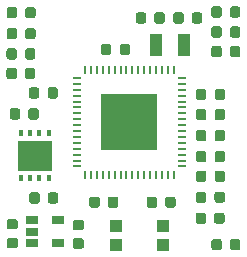
<source format=gbr>
G04 #@! TF.GenerationSoftware,KiCad,Pcbnew,(5.1.5-0-10_14)*
G04 #@! TF.CreationDate,2019-12-28T15:12:34-06:00*
G04 #@! TF.ProjectId,CircuitBrains Deluxe v1_3,43697263-7569-4744-9272-61696e732044,rev?*
G04 #@! TF.SameCoordinates,Original*
G04 #@! TF.FileFunction,Paste,Top*
G04 #@! TF.FilePolarity,Positive*
%FSLAX46Y46*%
G04 Gerber Fmt 4.6, Leading zero omitted, Abs format (unit mm)*
G04 Created by KiCad (PCBNEW (5.1.5-0-10_14)) date 2019-12-28 15:12:34*
%MOMM*%
%LPD*%
G04 APERTURE LIST*
%ADD10C,0.066040*%
%ADD11R,4.699000X4.699000*%
%ADD12R,0.698500X0.218440*%
%ADD13R,0.218440X0.698500*%
%ADD14C,0.100000*%
%ADD15R,1.000000X1.000000*%
%ADD16R,1.060000X0.650000*%
%ADD17R,1.099820X1.899920*%
%ADD18R,0.300000X0.600000*%
%ADD19R,3.000000X2.600000*%
G04 APERTURE END LIST*
D10*
X98425000Y-98425000D02*
X99949000Y-98425000D01*
X99949000Y-98425000D02*
X99949000Y-99949000D01*
X98425000Y-99949000D02*
X99949000Y-99949000D01*
X98425000Y-98425000D02*
X98425000Y-99949000D01*
X98425000Y-100711000D02*
X99949000Y-100711000D01*
X99949000Y-100711000D02*
X99949000Y-102235000D01*
X98425000Y-102235000D02*
X99949000Y-102235000D01*
X98425000Y-100711000D02*
X98425000Y-102235000D01*
X100711000Y-100711000D02*
X102235000Y-100711000D01*
X102235000Y-100711000D02*
X102235000Y-102235000D01*
X100711000Y-102235000D02*
X102235000Y-102235000D01*
X100711000Y-100711000D02*
X100711000Y-102235000D01*
X100711000Y-98425000D02*
X102235000Y-98425000D01*
X102235000Y-98425000D02*
X102235000Y-99949000D01*
X100711000Y-99949000D02*
X102235000Y-99949000D01*
X100711000Y-98425000D02*
X100711000Y-99949000D01*
D11*
X100330000Y-100330000D03*
D12*
X104777540Y-96580960D03*
X104777540Y-97081340D03*
X104777540Y-97581720D03*
X104777540Y-98082100D03*
X104777540Y-98582480D03*
X104777540Y-99080320D03*
X104777540Y-99580700D03*
X104777540Y-100081080D03*
X104777540Y-100578920D03*
X104777540Y-101079300D03*
X104777540Y-101579680D03*
X104777540Y-102077520D03*
X104777540Y-102577900D03*
X104777540Y-103078280D03*
X104777540Y-103578660D03*
X104777540Y-104079040D03*
D13*
X104079040Y-104777540D03*
X103578660Y-104777540D03*
X103078280Y-104777540D03*
X102577900Y-104777540D03*
X102077520Y-104777540D03*
X101579680Y-104777540D03*
X101079300Y-104777540D03*
X100578920Y-104777540D03*
X100081080Y-104777540D03*
X99580700Y-104777540D03*
X99080320Y-104777540D03*
X98582480Y-104777540D03*
X98082100Y-104777540D03*
X97581720Y-104777540D03*
X97081340Y-104777540D03*
X96580960Y-104777540D03*
D12*
X95882460Y-104079040D03*
X95882460Y-103578660D03*
X95882460Y-103078280D03*
X95882460Y-102577900D03*
X95882460Y-102077520D03*
X95882460Y-101579680D03*
X95882460Y-101079300D03*
X95882460Y-100578920D03*
X95882460Y-100081080D03*
X95882460Y-99580700D03*
X95882460Y-99080320D03*
X95882460Y-98582480D03*
X95882460Y-98082100D03*
X95882460Y-97581720D03*
X95882460Y-97081340D03*
X95882460Y-96580960D03*
D13*
X96580960Y-95882460D03*
X97081340Y-95882460D03*
X97581720Y-95882460D03*
X98082100Y-95882460D03*
X98582480Y-95882460D03*
X99080320Y-95882460D03*
X99580700Y-95882460D03*
X100081080Y-95882460D03*
X100578920Y-95882460D03*
X101079300Y-95882460D03*
X101579680Y-95882460D03*
X102077520Y-95882460D03*
X102577900Y-95882460D03*
X103078280Y-95882460D03*
X103578660Y-95882460D03*
X104079040Y-95882460D03*
D14*
G36*
X101544691Y-91029553D02*
G01*
X101565926Y-91032703D01*
X101586750Y-91037919D01*
X101606962Y-91045151D01*
X101626368Y-91054330D01*
X101644781Y-91065366D01*
X101662024Y-91078154D01*
X101677930Y-91092570D01*
X101692346Y-91108476D01*
X101705134Y-91125719D01*
X101716170Y-91144132D01*
X101725349Y-91163538D01*
X101732581Y-91183750D01*
X101737797Y-91204574D01*
X101740947Y-91225809D01*
X101742000Y-91247250D01*
X101742000Y-91759750D01*
X101740947Y-91781191D01*
X101737797Y-91802426D01*
X101732581Y-91823250D01*
X101725349Y-91843462D01*
X101716170Y-91862868D01*
X101705134Y-91881281D01*
X101692346Y-91898524D01*
X101677930Y-91914430D01*
X101662024Y-91928846D01*
X101644781Y-91941634D01*
X101626368Y-91952670D01*
X101606962Y-91961849D01*
X101586750Y-91969081D01*
X101565926Y-91974297D01*
X101544691Y-91977447D01*
X101523250Y-91978500D01*
X101085750Y-91978500D01*
X101064309Y-91977447D01*
X101043074Y-91974297D01*
X101022250Y-91969081D01*
X101002038Y-91961849D01*
X100982632Y-91952670D01*
X100964219Y-91941634D01*
X100946976Y-91928846D01*
X100931070Y-91914430D01*
X100916654Y-91898524D01*
X100903866Y-91881281D01*
X100892830Y-91862868D01*
X100883651Y-91843462D01*
X100876419Y-91823250D01*
X100871203Y-91802426D01*
X100868053Y-91781191D01*
X100867000Y-91759750D01*
X100867000Y-91247250D01*
X100868053Y-91225809D01*
X100871203Y-91204574D01*
X100876419Y-91183750D01*
X100883651Y-91163538D01*
X100892830Y-91144132D01*
X100903866Y-91125719D01*
X100916654Y-91108476D01*
X100931070Y-91092570D01*
X100946976Y-91078154D01*
X100964219Y-91065366D01*
X100982632Y-91054330D01*
X101002038Y-91045151D01*
X101022250Y-91037919D01*
X101043074Y-91032703D01*
X101064309Y-91029553D01*
X101085750Y-91028500D01*
X101523250Y-91028500D01*
X101544691Y-91029553D01*
G37*
G36*
X103119691Y-91029553D02*
G01*
X103140926Y-91032703D01*
X103161750Y-91037919D01*
X103181962Y-91045151D01*
X103201368Y-91054330D01*
X103219781Y-91065366D01*
X103237024Y-91078154D01*
X103252930Y-91092570D01*
X103267346Y-91108476D01*
X103280134Y-91125719D01*
X103291170Y-91144132D01*
X103300349Y-91163538D01*
X103307581Y-91183750D01*
X103312797Y-91204574D01*
X103315947Y-91225809D01*
X103317000Y-91247250D01*
X103317000Y-91759750D01*
X103315947Y-91781191D01*
X103312797Y-91802426D01*
X103307581Y-91823250D01*
X103300349Y-91843462D01*
X103291170Y-91862868D01*
X103280134Y-91881281D01*
X103267346Y-91898524D01*
X103252930Y-91914430D01*
X103237024Y-91928846D01*
X103219781Y-91941634D01*
X103201368Y-91952670D01*
X103181962Y-91961849D01*
X103161750Y-91969081D01*
X103140926Y-91974297D01*
X103119691Y-91977447D01*
X103098250Y-91978500D01*
X102660750Y-91978500D01*
X102639309Y-91977447D01*
X102618074Y-91974297D01*
X102597250Y-91969081D01*
X102577038Y-91961849D01*
X102557632Y-91952670D01*
X102539219Y-91941634D01*
X102521976Y-91928846D01*
X102506070Y-91914430D01*
X102491654Y-91898524D01*
X102478866Y-91881281D01*
X102467830Y-91862868D01*
X102458651Y-91843462D01*
X102451419Y-91823250D01*
X102446203Y-91802426D01*
X102443053Y-91781191D01*
X102442000Y-91759750D01*
X102442000Y-91247250D01*
X102443053Y-91225809D01*
X102446203Y-91204574D01*
X102451419Y-91183750D01*
X102458651Y-91163538D01*
X102467830Y-91144132D01*
X102478866Y-91125719D01*
X102491654Y-91108476D01*
X102506070Y-91092570D01*
X102521976Y-91078154D01*
X102539219Y-91065366D01*
X102557632Y-91054330D01*
X102577038Y-91045151D01*
X102597250Y-91037919D01*
X102618074Y-91032703D01*
X102639309Y-91029553D01*
X102660750Y-91028500D01*
X103098250Y-91028500D01*
X103119691Y-91029553D01*
G37*
G36*
X104719691Y-91029553D02*
G01*
X104740926Y-91032703D01*
X104761750Y-91037919D01*
X104781962Y-91045151D01*
X104801368Y-91054330D01*
X104819781Y-91065366D01*
X104837024Y-91078154D01*
X104852930Y-91092570D01*
X104867346Y-91108476D01*
X104880134Y-91125719D01*
X104891170Y-91144132D01*
X104900349Y-91163538D01*
X104907581Y-91183750D01*
X104912797Y-91204574D01*
X104915947Y-91225809D01*
X104917000Y-91247250D01*
X104917000Y-91759750D01*
X104915947Y-91781191D01*
X104912797Y-91802426D01*
X104907581Y-91823250D01*
X104900349Y-91843462D01*
X104891170Y-91862868D01*
X104880134Y-91881281D01*
X104867346Y-91898524D01*
X104852930Y-91914430D01*
X104837024Y-91928846D01*
X104819781Y-91941634D01*
X104801368Y-91952670D01*
X104781962Y-91961849D01*
X104761750Y-91969081D01*
X104740926Y-91974297D01*
X104719691Y-91977447D01*
X104698250Y-91978500D01*
X104260750Y-91978500D01*
X104239309Y-91977447D01*
X104218074Y-91974297D01*
X104197250Y-91969081D01*
X104177038Y-91961849D01*
X104157632Y-91952670D01*
X104139219Y-91941634D01*
X104121976Y-91928846D01*
X104106070Y-91914430D01*
X104091654Y-91898524D01*
X104078866Y-91881281D01*
X104067830Y-91862868D01*
X104058651Y-91843462D01*
X104051419Y-91823250D01*
X104046203Y-91802426D01*
X104043053Y-91781191D01*
X104042000Y-91759750D01*
X104042000Y-91247250D01*
X104043053Y-91225809D01*
X104046203Y-91204574D01*
X104051419Y-91183750D01*
X104058651Y-91163538D01*
X104067830Y-91144132D01*
X104078866Y-91125719D01*
X104091654Y-91108476D01*
X104106070Y-91092570D01*
X104121976Y-91078154D01*
X104139219Y-91065366D01*
X104157632Y-91054330D01*
X104177038Y-91045151D01*
X104197250Y-91037919D01*
X104218074Y-91032703D01*
X104239309Y-91029553D01*
X104260750Y-91028500D01*
X104698250Y-91028500D01*
X104719691Y-91029553D01*
G37*
G36*
X106294691Y-91029553D02*
G01*
X106315926Y-91032703D01*
X106336750Y-91037919D01*
X106356962Y-91045151D01*
X106376368Y-91054330D01*
X106394781Y-91065366D01*
X106412024Y-91078154D01*
X106427930Y-91092570D01*
X106442346Y-91108476D01*
X106455134Y-91125719D01*
X106466170Y-91144132D01*
X106475349Y-91163538D01*
X106482581Y-91183750D01*
X106487797Y-91204574D01*
X106490947Y-91225809D01*
X106492000Y-91247250D01*
X106492000Y-91759750D01*
X106490947Y-91781191D01*
X106487797Y-91802426D01*
X106482581Y-91823250D01*
X106475349Y-91843462D01*
X106466170Y-91862868D01*
X106455134Y-91881281D01*
X106442346Y-91898524D01*
X106427930Y-91914430D01*
X106412024Y-91928846D01*
X106394781Y-91941634D01*
X106376368Y-91952670D01*
X106356962Y-91961849D01*
X106336750Y-91969081D01*
X106315926Y-91974297D01*
X106294691Y-91977447D01*
X106273250Y-91978500D01*
X105835750Y-91978500D01*
X105814309Y-91977447D01*
X105793074Y-91974297D01*
X105772250Y-91969081D01*
X105752038Y-91961849D01*
X105732632Y-91952670D01*
X105714219Y-91941634D01*
X105696976Y-91928846D01*
X105681070Y-91914430D01*
X105666654Y-91898524D01*
X105653866Y-91881281D01*
X105642830Y-91862868D01*
X105633651Y-91843462D01*
X105626419Y-91823250D01*
X105621203Y-91802426D01*
X105618053Y-91781191D01*
X105617000Y-91759750D01*
X105617000Y-91247250D01*
X105618053Y-91225809D01*
X105621203Y-91204574D01*
X105626419Y-91183750D01*
X105633651Y-91163538D01*
X105642830Y-91144132D01*
X105653866Y-91125719D01*
X105666654Y-91108476D01*
X105681070Y-91092570D01*
X105696976Y-91078154D01*
X105714219Y-91065366D01*
X105732632Y-91054330D01*
X105752038Y-91045151D01*
X105772250Y-91037919D01*
X105793074Y-91032703D01*
X105814309Y-91029553D01*
X105835750Y-91028500D01*
X106273250Y-91028500D01*
X106294691Y-91029553D01*
G37*
G36*
X108183691Y-107984053D02*
G01*
X108204926Y-107987203D01*
X108225750Y-107992419D01*
X108245962Y-107999651D01*
X108265368Y-108008830D01*
X108283781Y-108019866D01*
X108301024Y-108032654D01*
X108316930Y-108047070D01*
X108331346Y-108062976D01*
X108344134Y-108080219D01*
X108355170Y-108098632D01*
X108364349Y-108118038D01*
X108371581Y-108138250D01*
X108376797Y-108159074D01*
X108379947Y-108180309D01*
X108381000Y-108201750D01*
X108381000Y-108714250D01*
X108379947Y-108735691D01*
X108376797Y-108756926D01*
X108371581Y-108777750D01*
X108364349Y-108797962D01*
X108355170Y-108817368D01*
X108344134Y-108835781D01*
X108331346Y-108853024D01*
X108316930Y-108868930D01*
X108301024Y-108883346D01*
X108283781Y-108896134D01*
X108265368Y-108907170D01*
X108245962Y-108916349D01*
X108225750Y-108923581D01*
X108204926Y-108928797D01*
X108183691Y-108931947D01*
X108162250Y-108933000D01*
X107724750Y-108933000D01*
X107703309Y-108931947D01*
X107682074Y-108928797D01*
X107661250Y-108923581D01*
X107641038Y-108916349D01*
X107621632Y-108907170D01*
X107603219Y-108896134D01*
X107585976Y-108883346D01*
X107570070Y-108868930D01*
X107555654Y-108853024D01*
X107542866Y-108835781D01*
X107531830Y-108817368D01*
X107522651Y-108797962D01*
X107515419Y-108777750D01*
X107510203Y-108756926D01*
X107507053Y-108735691D01*
X107506000Y-108714250D01*
X107506000Y-108201750D01*
X107507053Y-108180309D01*
X107510203Y-108159074D01*
X107515419Y-108138250D01*
X107522651Y-108118038D01*
X107531830Y-108098632D01*
X107542866Y-108080219D01*
X107555654Y-108062976D01*
X107570070Y-108047070D01*
X107585976Y-108032654D01*
X107603219Y-108019866D01*
X107621632Y-108008830D01*
X107641038Y-107999651D01*
X107661250Y-107992419D01*
X107682074Y-107987203D01*
X107703309Y-107984053D01*
X107724750Y-107983000D01*
X108162250Y-107983000D01*
X108183691Y-107984053D01*
G37*
G36*
X106608691Y-107984053D02*
G01*
X106629926Y-107987203D01*
X106650750Y-107992419D01*
X106670962Y-107999651D01*
X106690368Y-108008830D01*
X106708781Y-108019866D01*
X106726024Y-108032654D01*
X106741930Y-108047070D01*
X106756346Y-108062976D01*
X106769134Y-108080219D01*
X106780170Y-108098632D01*
X106789349Y-108118038D01*
X106796581Y-108138250D01*
X106801797Y-108159074D01*
X106804947Y-108180309D01*
X106806000Y-108201750D01*
X106806000Y-108714250D01*
X106804947Y-108735691D01*
X106801797Y-108756926D01*
X106796581Y-108777750D01*
X106789349Y-108797962D01*
X106780170Y-108817368D01*
X106769134Y-108835781D01*
X106756346Y-108853024D01*
X106741930Y-108868930D01*
X106726024Y-108883346D01*
X106708781Y-108896134D01*
X106690368Y-108907170D01*
X106670962Y-108916349D01*
X106650750Y-108923581D01*
X106629926Y-108928797D01*
X106608691Y-108931947D01*
X106587250Y-108933000D01*
X106149750Y-108933000D01*
X106128309Y-108931947D01*
X106107074Y-108928797D01*
X106086250Y-108923581D01*
X106066038Y-108916349D01*
X106046632Y-108907170D01*
X106028219Y-108896134D01*
X106010976Y-108883346D01*
X105995070Y-108868930D01*
X105980654Y-108853024D01*
X105967866Y-108835781D01*
X105956830Y-108817368D01*
X105947651Y-108797962D01*
X105940419Y-108777750D01*
X105935203Y-108756926D01*
X105932053Y-108735691D01*
X105931000Y-108714250D01*
X105931000Y-108201750D01*
X105932053Y-108180309D01*
X105935203Y-108159074D01*
X105940419Y-108138250D01*
X105947651Y-108118038D01*
X105956830Y-108098632D01*
X105967866Y-108080219D01*
X105980654Y-108062976D01*
X105995070Y-108047070D01*
X106010976Y-108032654D01*
X106028219Y-108019866D01*
X106046632Y-108008830D01*
X106066038Y-107999651D01*
X106086250Y-107992419D01*
X106107074Y-107987203D01*
X106128309Y-107984053D01*
X106149750Y-107983000D01*
X106587250Y-107983000D01*
X106608691Y-107984053D01*
G37*
G36*
X90685691Y-110117053D02*
G01*
X90706926Y-110120203D01*
X90727750Y-110125419D01*
X90747962Y-110132651D01*
X90767368Y-110141830D01*
X90785781Y-110152866D01*
X90803024Y-110165654D01*
X90818930Y-110180070D01*
X90833346Y-110195976D01*
X90846134Y-110213219D01*
X90857170Y-110231632D01*
X90866349Y-110251038D01*
X90873581Y-110271250D01*
X90878797Y-110292074D01*
X90881947Y-110313309D01*
X90883000Y-110334750D01*
X90883000Y-110772250D01*
X90881947Y-110793691D01*
X90878797Y-110814926D01*
X90873581Y-110835750D01*
X90866349Y-110855962D01*
X90857170Y-110875368D01*
X90846134Y-110893781D01*
X90833346Y-110911024D01*
X90818930Y-110926930D01*
X90803024Y-110941346D01*
X90785781Y-110954134D01*
X90767368Y-110965170D01*
X90747962Y-110974349D01*
X90727750Y-110981581D01*
X90706926Y-110986797D01*
X90685691Y-110989947D01*
X90664250Y-110991000D01*
X90151750Y-110991000D01*
X90130309Y-110989947D01*
X90109074Y-110986797D01*
X90088250Y-110981581D01*
X90068038Y-110974349D01*
X90048632Y-110965170D01*
X90030219Y-110954134D01*
X90012976Y-110941346D01*
X89997070Y-110926930D01*
X89982654Y-110911024D01*
X89969866Y-110893781D01*
X89958830Y-110875368D01*
X89949651Y-110855962D01*
X89942419Y-110835750D01*
X89937203Y-110814926D01*
X89934053Y-110793691D01*
X89933000Y-110772250D01*
X89933000Y-110334750D01*
X89934053Y-110313309D01*
X89937203Y-110292074D01*
X89942419Y-110271250D01*
X89949651Y-110251038D01*
X89958830Y-110231632D01*
X89969866Y-110213219D01*
X89982654Y-110195976D01*
X89997070Y-110180070D01*
X90012976Y-110165654D01*
X90030219Y-110152866D01*
X90048632Y-110141830D01*
X90068038Y-110132651D01*
X90088250Y-110125419D01*
X90109074Y-110120203D01*
X90130309Y-110117053D01*
X90151750Y-110116000D01*
X90664250Y-110116000D01*
X90685691Y-110117053D01*
G37*
G36*
X90685691Y-108542053D02*
G01*
X90706926Y-108545203D01*
X90727750Y-108550419D01*
X90747962Y-108557651D01*
X90767368Y-108566830D01*
X90785781Y-108577866D01*
X90803024Y-108590654D01*
X90818930Y-108605070D01*
X90833346Y-108620976D01*
X90846134Y-108638219D01*
X90857170Y-108656632D01*
X90866349Y-108676038D01*
X90873581Y-108696250D01*
X90878797Y-108717074D01*
X90881947Y-108738309D01*
X90883000Y-108759750D01*
X90883000Y-109197250D01*
X90881947Y-109218691D01*
X90878797Y-109239926D01*
X90873581Y-109260750D01*
X90866349Y-109280962D01*
X90857170Y-109300368D01*
X90846134Y-109318781D01*
X90833346Y-109336024D01*
X90818930Y-109351930D01*
X90803024Y-109366346D01*
X90785781Y-109379134D01*
X90767368Y-109390170D01*
X90747962Y-109399349D01*
X90727750Y-109406581D01*
X90706926Y-109411797D01*
X90685691Y-109414947D01*
X90664250Y-109416000D01*
X90151750Y-109416000D01*
X90130309Y-109414947D01*
X90109074Y-109411797D01*
X90088250Y-109406581D01*
X90068038Y-109399349D01*
X90048632Y-109390170D01*
X90030219Y-109379134D01*
X90012976Y-109366346D01*
X89997070Y-109351930D01*
X89982654Y-109336024D01*
X89969866Y-109318781D01*
X89958830Y-109300368D01*
X89949651Y-109280962D01*
X89942419Y-109260750D01*
X89937203Y-109239926D01*
X89934053Y-109218691D01*
X89933000Y-109197250D01*
X89933000Y-108759750D01*
X89934053Y-108738309D01*
X89937203Y-108717074D01*
X89942419Y-108696250D01*
X89949651Y-108676038D01*
X89958830Y-108656632D01*
X89969866Y-108638219D01*
X89982654Y-108620976D01*
X89997070Y-108605070D01*
X90012976Y-108590654D01*
X90030219Y-108577866D01*
X90048632Y-108566830D01*
X90068038Y-108557651D01*
X90088250Y-108550419D01*
X90109074Y-108545203D01*
X90130309Y-108542053D01*
X90151750Y-108541000D01*
X90664250Y-108541000D01*
X90685691Y-108542053D01*
G37*
G36*
X92527691Y-106270053D02*
G01*
X92548926Y-106273203D01*
X92569750Y-106278419D01*
X92589962Y-106285651D01*
X92609368Y-106294830D01*
X92627781Y-106305866D01*
X92645024Y-106318654D01*
X92660930Y-106333070D01*
X92675346Y-106348976D01*
X92688134Y-106366219D01*
X92699170Y-106384632D01*
X92708349Y-106404038D01*
X92715581Y-106424250D01*
X92720797Y-106445074D01*
X92723947Y-106466309D01*
X92725000Y-106487750D01*
X92725000Y-107000250D01*
X92723947Y-107021691D01*
X92720797Y-107042926D01*
X92715581Y-107063750D01*
X92708349Y-107083962D01*
X92699170Y-107103368D01*
X92688134Y-107121781D01*
X92675346Y-107139024D01*
X92660930Y-107154930D01*
X92645024Y-107169346D01*
X92627781Y-107182134D01*
X92609368Y-107193170D01*
X92589962Y-107202349D01*
X92569750Y-107209581D01*
X92548926Y-107214797D01*
X92527691Y-107217947D01*
X92506250Y-107219000D01*
X92068750Y-107219000D01*
X92047309Y-107217947D01*
X92026074Y-107214797D01*
X92005250Y-107209581D01*
X91985038Y-107202349D01*
X91965632Y-107193170D01*
X91947219Y-107182134D01*
X91929976Y-107169346D01*
X91914070Y-107154930D01*
X91899654Y-107139024D01*
X91886866Y-107121781D01*
X91875830Y-107103368D01*
X91866651Y-107083962D01*
X91859419Y-107063750D01*
X91854203Y-107042926D01*
X91851053Y-107021691D01*
X91850000Y-107000250D01*
X91850000Y-106487750D01*
X91851053Y-106466309D01*
X91854203Y-106445074D01*
X91859419Y-106424250D01*
X91866651Y-106404038D01*
X91875830Y-106384632D01*
X91886866Y-106366219D01*
X91899654Y-106348976D01*
X91914070Y-106333070D01*
X91929976Y-106318654D01*
X91947219Y-106305866D01*
X91965632Y-106294830D01*
X91985038Y-106285651D01*
X92005250Y-106278419D01*
X92026074Y-106273203D01*
X92047309Y-106270053D01*
X92068750Y-106269000D01*
X92506250Y-106269000D01*
X92527691Y-106270053D01*
G37*
G36*
X94102691Y-106270053D02*
G01*
X94123926Y-106273203D01*
X94144750Y-106278419D01*
X94164962Y-106285651D01*
X94184368Y-106294830D01*
X94202781Y-106305866D01*
X94220024Y-106318654D01*
X94235930Y-106333070D01*
X94250346Y-106348976D01*
X94263134Y-106366219D01*
X94274170Y-106384632D01*
X94283349Y-106404038D01*
X94290581Y-106424250D01*
X94295797Y-106445074D01*
X94298947Y-106466309D01*
X94300000Y-106487750D01*
X94300000Y-107000250D01*
X94298947Y-107021691D01*
X94295797Y-107042926D01*
X94290581Y-107063750D01*
X94283349Y-107083962D01*
X94274170Y-107103368D01*
X94263134Y-107121781D01*
X94250346Y-107139024D01*
X94235930Y-107154930D01*
X94220024Y-107169346D01*
X94202781Y-107182134D01*
X94184368Y-107193170D01*
X94164962Y-107202349D01*
X94144750Y-107209581D01*
X94123926Y-107214797D01*
X94102691Y-107217947D01*
X94081250Y-107219000D01*
X93643750Y-107219000D01*
X93622309Y-107217947D01*
X93601074Y-107214797D01*
X93580250Y-107209581D01*
X93560038Y-107202349D01*
X93540632Y-107193170D01*
X93522219Y-107182134D01*
X93504976Y-107169346D01*
X93489070Y-107154930D01*
X93474654Y-107139024D01*
X93461866Y-107121781D01*
X93450830Y-107103368D01*
X93441651Y-107083962D01*
X93434419Y-107063750D01*
X93429203Y-107042926D01*
X93426053Y-107021691D01*
X93425000Y-107000250D01*
X93425000Y-106487750D01*
X93426053Y-106466309D01*
X93429203Y-106445074D01*
X93434419Y-106424250D01*
X93441651Y-106404038D01*
X93450830Y-106384632D01*
X93461866Y-106366219D01*
X93474654Y-106348976D01*
X93489070Y-106333070D01*
X93504976Y-106318654D01*
X93522219Y-106305866D01*
X93540632Y-106294830D01*
X93560038Y-106285651D01*
X93580250Y-106278419D01*
X93601074Y-106273203D01*
X93622309Y-106270053D01*
X93643750Y-106269000D01*
X94081250Y-106269000D01*
X94102691Y-106270053D01*
G37*
G36*
X106640691Y-104428053D02*
G01*
X106661926Y-104431203D01*
X106682750Y-104436419D01*
X106702962Y-104443651D01*
X106722368Y-104452830D01*
X106740781Y-104463866D01*
X106758024Y-104476654D01*
X106773930Y-104491070D01*
X106788346Y-104506976D01*
X106801134Y-104524219D01*
X106812170Y-104542632D01*
X106821349Y-104562038D01*
X106828581Y-104582250D01*
X106833797Y-104603074D01*
X106836947Y-104624309D01*
X106838000Y-104645750D01*
X106838000Y-105158250D01*
X106836947Y-105179691D01*
X106833797Y-105200926D01*
X106828581Y-105221750D01*
X106821349Y-105241962D01*
X106812170Y-105261368D01*
X106801134Y-105279781D01*
X106788346Y-105297024D01*
X106773930Y-105312930D01*
X106758024Y-105327346D01*
X106740781Y-105340134D01*
X106722368Y-105351170D01*
X106702962Y-105360349D01*
X106682750Y-105367581D01*
X106661926Y-105372797D01*
X106640691Y-105375947D01*
X106619250Y-105377000D01*
X106181750Y-105377000D01*
X106160309Y-105375947D01*
X106139074Y-105372797D01*
X106118250Y-105367581D01*
X106098038Y-105360349D01*
X106078632Y-105351170D01*
X106060219Y-105340134D01*
X106042976Y-105327346D01*
X106027070Y-105312930D01*
X106012654Y-105297024D01*
X105999866Y-105279781D01*
X105988830Y-105261368D01*
X105979651Y-105241962D01*
X105972419Y-105221750D01*
X105967203Y-105200926D01*
X105964053Y-105179691D01*
X105963000Y-105158250D01*
X105963000Y-104645750D01*
X105964053Y-104624309D01*
X105967203Y-104603074D01*
X105972419Y-104582250D01*
X105979651Y-104562038D01*
X105988830Y-104542632D01*
X105999866Y-104524219D01*
X106012654Y-104506976D01*
X106027070Y-104491070D01*
X106042976Y-104476654D01*
X106060219Y-104463866D01*
X106078632Y-104452830D01*
X106098038Y-104443651D01*
X106118250Y-104436419D01*
X106139074Y-104431203D01*
X106160309Y-104428053D01*
X106181750Y-104427000D01*
X106619250Y-104427000D01*
X106640691Y-104428053D01*
G37*
G36*
X108215691Y-104428053D02*
G01*
X108236926Y-104431203D01*
X108257750Y-104436419D01*
X108277962Y-104443651D01*
X108297368Y-104452830D01*
X108315781Y-104463866D01*
X108333024Y-104476654D01*
X108348930Y-104491070D01*
X108363346Y-104506976D01*
X108376134Y-104524219D01*
X108387170Y-104542632D01*
X108396349Y-104562038D01*
X108403581Y-104582250D01*
X108408797Y-104603074D01*
X108411947Y-104624309D01*
X108413000Y-104645750D01*
X108413000Y-105158250D01*
X108411947Y-105179691D01*
X108408797Y-105200926D01*
X108403581Y-105221750D01*
X108396349Y-105241962D01*
X108387170Y-105261368D01*
X108376134Y-105279781D01*
X108363346Y-105297024D01*
X108348930Y-105312930D01*
X108333024Y-105327346D01*
X108315781Y-105340134D01*
X108297368Y-105351170D01*
X108277962Y-105360349D01*
X108257750Y-105367581D01*
X108236926Y-105372797D01*
X108215691Y-105375947D01*
X108194250Y-105377000D01*
X107756750Y-105377000D01*
X107735309Y-105375947D01*
X107714074Y-105372797D01*
X107693250Y-105367581D01*
X107673038Y-105360349D01*
X107653632Y-105351170D01*
X107635219Y-105340134D01*
X107617976Y-105327346D01*
X107602070Y-105312930D01*
X107587654Y-105297024D01*
X107574866Y-105279781D01*
X107563830Y-105261368D01*
X107554651Y-105241962D01*
X107547419Y-105221750D01*
X107542203Y-105200926D01*
X107539053Y-105179691D01*
X107538000Y-105158250D01*
X107538000Y-104645750D01*
X107539053Y-104624309D01*
X107542203Y-104603074D01*
X107547419Y-104582250D01*
X107554651Y-104562038D01*
X107563830Y-104542632D01*
X107574866Y-104524219D01*
X107587654Y-104506976D01*
X107602070Y-104491070D01*
X107617976Y-104476654D01*
X107635219Y-104463866D01*
X107653632Y-104452830D01*
X107673038Y-104443651D01*
X107693250Y-104436419D01*
X107714074Y-104431203D01*
X107735309Y-104428053D01*
X107756750Y-104427000D01*
X108194250Y-104427000D01*
X108215691Y-104428053D01*
G37*
G36*
X96273691Y-108593053D02*
G01*
X96294926Y-108596203D01*
X96315750Y-108601419D01*
X96335962Y-108608651D01*
X96355368Y-108617830D01*
X96373781Y-108628866D01*
X96391024Y-108641654D01*
X96406930Y-108656070D01*
X96421346Y-108671976D01*
X96434134Y-108689219D01*
X96445170Y-108707632D01*
X96454349Y-108727038D01*
X96461581Y-108747250D01*
X96466797Y-108768074D01*
X96469947Y-108789309D01*
X96471000Y-108810750D01*
X96471000Y-109248250D01*
X96469947Y-109269691D01*
X96466797Y-109290926D01*
X96461581Y-109311750D01*
X96454349Y-109331962D01*
X96445170Y-109351368D01*
X96434134Y-109369781D01*
X96421346Y-109387024D01*
X96406930Y-109402930D01*
X96391024Y-109417346D01*
X96373781Y-109430134D01*
X96355368Y-109441170D01*
X96335962Y-109450349D01*
X96315750Y-109457581D01*
X96294926Y-109462797D01*
X96273691Y-109465947D01*
X96252250Y-109467000D01*
X95739750Y-109467000D01*
X95718309Y-109465947D01*
X95697074Y-109462797D01*
X95676250Y-109457581D01*
X95656038Y-109450349D01*
X95636632Y-109441170D01*
X95618219Y-109430134D01*
X95600976Y-109417346D01*
X95585070Y-109402930D01*
X95570654Y-109387024D01*
X95557866Y-109369781D01*
X95546830Y-109351368D01*
X95537651Y-109331962D01*
X95530419Y-109311750D01*
X95525203Y-109290926D01*
X95522053Y-109269691D01*
X95521000Y-109248250D01*
X95521000Y-108810750D01*
X95522053Y-108789309D01*
X95525203Y-108768074D01*
X95530419Y-108747250D01*
X95537651Y-108727038D01*
X95546830Y-108707632D01*
X95557866Y-108689219D01*
X95570654Y-108671976D01*
X95585070Y-108656070D01*
X95600976Y-108641654D01*
X95618219Y-108628866D01*
X95636632Y-108617830D01*
X95656038Y-108608651D01*
X95676250Y-108601419D01*
X95697074Y-108596203D01*
X95718309Y-108593053D01*
X95739750Y-108592000D01*
X96252250Y-108592000D01*
X96273691Y-108593053D01*
G37*
G36*
X96273691Y-110168053D02*
G01*
X96294926Y-110171203D01*
X96315750Y-110176419D01*
X96335962Y-110183651D01*
X96355368Y-110192830D01*
X96373781Y-110203866D01*
X96391024Y-110216654D01*
X96406930Y-110231070D01*
X96421346Y-110246976D01*
X96434134Y-110264219D01*
X96445170Y-110282632D01*
X96454349Y-110302038D01*
X96461581Y-110322250D01*
X96466797Y-110343074D01*
X96469947Y-110364309D01*
X96471000Y-110385750D01*
X96471000Y-110823250D01*
X96469947Y-110844691D01*
X96466797Y-110865926D01*
X96461581Y-110886750D01*
X96454349Y-110906962D01*
X96445170Y-110926368D01*
X96434134Y-110944781D01*
X96421346Y-110962024D01*
X96406930Y-110977930D01*
X96391024Y-110992346D01*
X96373781Y-111005134D01*
X96355368Y-111016170D01*
X96335962Y-111025349D01*
X96315750Y-111032581D01*
X96294926Y-111037797D01*
X96273691Y-111040947D01*
X96252250Y-111042000D01*
X95739750Y-111042000D01*
X95718309Y-111040947D01*
X95697074Y-111037797D01*
X95676250Y-111032581D01*
X95656038Y-111025349D01*
X95636632Y-111016170D01*
X95618219Y-111005134D01*
X95600976Y-110992346D01*
X95585070Y-110977930D01*
X95570654Y-110962024D01*
X95557866Y-110944781D01*
X95546830Y-110926368D01*
X95537651Y-110906962D01*
X95530419Y-110886750D01*
X95525203Y-110865926D01*
X95522053Y-110844691D01*
X95521000Y-110823250D01*
X95521000Y-110385750D01*
X95522053Y-110364309D01*
X95525203Y-110343074D01*
X95530419Y-110322250D01*
X95537651Y-110302038D01*
X95546830Y-110282632D01*
X95557866Y-110264219D01*
X95570654Y-110246976D01*
X95585070Y-110231070D01*
X95600976Y-110216654D01*
X95618219Y-110203866D01*
X95636632Y-110192830D01*
X95656038Y-110183651D01*
X95676250Y-110176419D01*
X95697074Y-110171203D01*
X95718309Y-110168053D01*
X95739750Y-110167000D01*
X96252250Y-110167000D01*
X96273691Y-110168053D01*
G37*
G36*
X108215691Y-102777053D02*
G01*
X108236926Y-102780203D01*
X108257750Y-102785419D01*
X108277962Y-102792651D01*
X108297368Y-102801830D01*
X108315781Y-102812866D01*
X108333024Y-102825654D01*
X108348930Y-102840070D01*
X108363346Y-102855976D01*
X108376134Y-102873219D01*
X108387170Y-102891632D01*
X108396349Y-102911038D01*
X108403581Y-102931250D01*
X108408797Y-102952074D01*
X108411947Y-102973309D01*
X108413000Y-102994750D01*
X108413000Y-103507250D01*
X108411947Y-103528691D01*
X108408797Y-103549926D01*
X108403581Y-103570750D01*
X108396349Y-103590962D01*
X108387170Y-103610368D01*
X108376134Y-103628781D01*
X108363346Y-103646024D01*
X108348930Y-103661930D01*
X108333024Y-103676346D01*
X108315781Y-103689134D01*
X108297368Y-103700170D01*
X108277962Y-103709349D01*
X108257750Y-103716581D01*
X108236926Y-103721797D01*
X108215691Y-103724947D01*
X108194250Y-103726000D01*
X107756750Y-103726000D01*
X107735309Y-103724947D01*
X107714074Y-103721797D01*
X107693250Y-103716581D01*
X107673038Y-103709349D01*
X107653632Y-103700170D01*
X107635219Y-103689134D01*
X107617976Y-103676346D01*
X107602070Y-103661930D01*
X107587654Y-103646024D01*
X107574866Y-103628781D01*
X107563830Y-103610368D01*
X107554651Y-103590962D01*
X107547419Y-103570750D01*
X107542203Y-103549926D01*
X107539053Y-103528691D01*
X107538000Y-103507250D01*
X107538000Y-102994750D01*
X107539053Y-102973309D01*
X107542203Y-102952074D01*
X107547419Y-102931250D01*
X107554651Y-102911038D01*
X107563830Y-102891632D01*
X107574866Y-102873219D01*
X107587654Y-102855976D01*
X107602070Y-102840070D01*
X107617976Y-102825654D01*
X107635219Y-102812866D01*
X107653632Y-102801830D01*
X107673038Y-102792651D01*
X107693250Y-102785419D01*
X107714074Y-102780203D01*
X107735309Y-102777053D01*
X107756750Y-102776000D01*
X108194250Y-102776000D01*
X108215691Y-102777053D01*
G37*
G36*
X106640691Y-102777053D02*
G01*
X106661926Y-102780203D01*
X106682750Y-102785419D01*
X106702962Y-102792651D01*
X106722368Y-102801830D01*
X106740781Y-102812866D01*
X106758024Y-102825654D01*
X106773930Y-102840070D01*
X106788346Y-102855976D01*
X106801134Y-102873219D01*
X106812170Y-102891632D01*
X106821349Y-102911038D01*
X106828581Y-102931250D01*
X106833797Y-102952074D01*
X106836947Y-102973309D01*
X106838000Y-102994750D01*
X106838000Y-103507250D01*
X106836947Y-103528691D01*
X106833797Y-103549926D01*
X106828581Y-103570750D01*
X106821349Y-103590962D01*
X106812170Y-103610368D01*
X106801134Y-103628781D01*
X106788346Y-103646024D01*
X106773930Y-103661930D01*
X106758024Y-103676346D01*
X106740781Y-103689134D01*
X106722368Y-103700170D01*
X106702962Y-103709349D01*
X106682750Y-103716581D01*
X106661926Y-103721797D01*
X106640691Y-103724947D01*
X106619250Y-103726000D01*
X106181750Y-103726000D01*
X106160309Y-103724947D01*
X106139074Y-103721797D01*
X106118250Y-103716581D01*
X106098038Y-103709349D01*
X106078632Y-103700170D01*
X106060219Y-103689134D01*
X106042976Y-103676346D01*
X106027070Y-103661930D01*
X106012654Y-103646024D01*
X105999866Y-103628781D01*
X105988830Y-103610368D01*
X105979651Y-103590962D01*
X105972419Y-103570750D01*
X105967203Y-103549926D01*
X105964053Y-103528691D01*
X105963000Y-103507250D01*
X105963000Y-102994750D01*
X105964053Y-102973309D01*
X105967203Y-102952074D01*
X105972419Y-102931250D01*
X105979651Y-102911038D01*
X105988830Y-102891632D01*
X105999866Y-102873219D01*
X106012654Y-102855976D01*
X106027070Y-102840070D01*
X106042976Y-102825654D01*
X106060219Y-102812866D01*
X106078632Y-102801830D01*
X106098038Y-102792651D01*
X106118250Y-102785419D01*
X106139074Y-102780203D01*
X106160309Y-102777053D01*
X106181750Y-102776000D01*
X106619250Y-102776000D01*
X106640691Y-102777053D01*
G37*
G36*
X106640691Y-100999053D02*
G01*
X106661926Y-101002203D01*
X106682750Y-101007419D01*
X106702962Y-101014651D01*
X106722368Y-101023830D01*
X106740781Y-101034866D01*
X106758024Y-101047654D01*
X106773930Y-101062070D01*
X106788346Y-101077976D01*
X106801134Y-101095219D01*
X106812170Y-101113632D01*
X106821349Y-101133038D01*
X106828581Y-101153250D01*
X106833797Y-101174074D01*
X106836947Y-101195309D01*
X106838000Y-101216750D01*
X106838000Y-101729250D01*
X106836947Y-101750691D01*
X106833797Y-101771926D01*
X106828581Y-101792750D01*
X106821349Y-101812962D01*
X106812170Y-101832368D01*
X106801134Y-101850781D01*
X106788346Y-101868024D01*
X106773930Y-101883930D01*
X106758024Y-101898346D01*
X106740781Y-101911134D01*
X106722368Y-101922170D01*
X106702962Y-101931349D01*
X106682750Y-101938581D01*
X106661926Y-101943797D01*
X106640691Y-101946947D01*
X106619250Y-101948000D01*
X106181750Y-101948000D01*
X106160309Y-101946947D01*
X106139074Y-101943797D01*
X106118250Y-101938581D01*
X106098038Y-101931349D01*
X106078632Y-101922170D01*
X106060219Y-101911134D01*
X106042976Y-101898346D01*
X106027070Y-101883930D01*
X106012654Y-101868024D01*
X105999866Y-101850781D01*
X105988830Y-101832368D01*
X105979651Y-101812962D01*
X105972419Y-101792750D01*
X105967203Y-101771926D01*
X105964053Y-101750691D01*
X105963000Y-101729250D01*
X105963000Y-101216750D01*
X105964053Y-101195309D01*
X105967203Y-101174074D01*
X105972419Y-101153250D01*
X105979651Y-101133038D01*
X105988830Y-101113632D01*
X105999866Y-101095219D01*
X106012654Y-101077976D01*
X106027070Y-101062070D01*
X106042976Y-101047654D01*
X106060219Y-101034866D01*
X106078632Y-101023830D01*
X106098038Y-101014651D01*
X106118250Y-101007419D01*
X106139074Y-101002203D01*
X106160309Y-100999053D01*
X106181750Y-100998000D01*
X106619250Y-100998000D01*
X106640691Y-100999053D01*
G37*
G36*
X108215691Y-100999053D02*
G01*
X108236926Y-101002203D01*
X108257750Y-101007419D01*
X108277962Y-101014651D01*
X108297368Y-101023830D01*
X108315781Y-101034866D01*
X108333024Y-101047654D01*
X108348930Y-101062070D01*
X108363346Y-101077976D01*
X108376134Y-101095219D01*
X108387170Y-101113632D01*
X108396349Y-101133038D01*
X108403581Y-101153250D01*
X108408797Y-101174074D01*
X108411947Y-101195309D01*
X108413000Y-101216750D01*
X108413000Y-101729250D01*
X108411947Y-101750691D01*
X108408797Y-101771926D01*
X108403581Y-101792750D01*
X108396349Y-101812962D01*
X108387170Y-101832368D01*
X108376134Y-101850781D01*
X108363346Y-101868024D01*
X108348930Y-101883930D01*
X108333024Y-101898346D01*
X108315781Y-101911134D01*
X108297368Y-101922170D01*
X108277962Y-101931349D01*
X108257750Y-101938581D01*
X108236926Y-101943797D01*
X108215691Y-101946947D01*
X108194250Y-101948000D01*
X107756750Y-101948000D01*
X107735309Y-101946947D01*
X107714074Y-101943797D01*
X107693250Y-101938581D01*
X107673038Y-101931349D01*
X107653632Y-101922170D01*
X107635219Y-101911134D01*
X107617976Y-101898346D01*
X107602070Y-101883930D01*
X107587654Y-101868024D01*
X107574866Y-101850781D01*
X107563830Y-101832368D01*
X107554651Y-101812962D01*
X107547419Y-101792750D01*
X107542203Y-101771926D01*
X107539053Y-101750691D01*
X107538000Y-101729250D01*
X107538000Y-101216750D01*
X107539053Y-101195309D01*
X107542203Y-101174074D01*
X107547419Y-101153250D01*
X107554651Y-101133038D01*
X107563830Y-101113632D01*
X107574866Y-101095219D01*
X107587654Y-101077976D01*
X107602070Y-101062070D01*
X107617976Y-101047654D01*
X107635219Y-101034866D01*
X107653632Y-101023830D01*
X107673038Y-101014651D01*
X107693250Y-101007419D01*
X107714074Y-101002203D01*
X107735309Y-100999053D01*
X107756750Y-100998000D01*
X108194250Y-100998000D01*
X108215691Y-100999053D01*
G37*
G36*
X98598191Y-93696553D02*
G01*
X98619426Y-93699703D01*
X98640250Y-93704919D01*
X98660462Y-93712151D01*
X98679868Y-93721330D01*
X98698281Y-93732366D01*
X98715524Y-93745154D01*
X98731430Y-93759570D01*
X98745846Y-93775476D01*
X98758634Y-93792719D01*
X98769670Y-93811132D01*
X98778849Y-93830538D01*
X98786081Y-93850750D01*
X98791297Y-93871574D01*
X98794447Y-93892809D01*
X98795500Y-93914250D01*
X98795500Y-94426750D01*
X98794447Y-94448191D01*
X98791297Y-94469426D01*
X98786081Y-94490250D01*
X98778849Y-94510462D01*
X98769670Y-94529868D01*
X98758634Y-94548281D01*
X98745846Y-94565524D01*
X98731430Y-94581430D01*
X98715524Y-94595846D01*
X98698281Y-94608634D01*
X98679868Y-94619670D01*
X98660462Y-94628849D01*
X98640250Y-94636081D01*
X98619426Y-94641297D01*
X98598191Y-94644447D01*
X98576750Y-94645500D01*
X98139250Y-94645500D01*
X98117809Y-94644447D01*
X98096574Y-94641297D01*
X98075750Y-94636081D01*
X98055538Y-94628849D01*
X98036132Y-94619670D01*
X98017719Y-94608634D01*
X98000476Y-94595846D01*
X97984570Y-94581430D01*
X97970154Y-94565524D01*
X97957366Y-94548281D01*
X97946330Y-94529868D01*
X97937151Y-94510462D01*
X97929919Y-94490250D01*
X97924703Y-94469426D01*
X97921553Y-94448191D01*
X97920500Y-94426750D01*
X97920500Y-93914250D01*
X97921553Y-93892809D01*
X97924703Y-93871574D01*
X97929919Y-93850750D01*
X97937151Y-93830538D01*
X97946330Y-93811132D01*
X97957366Y-93792719D01*
X97970154Y-93775476D01*
X97984570Y-93759570D01*
X98000476Y-93745154D01*
X98017719Y-93732366D01*
X98036132Y-93721330D01*
X98055538Y-93712151D01*
X98075750Y-93704919D01*
X98096574Y-93699703D01*
X98117809Y-93696553D01*
X98139250Y-93695500D01*
X98576750Y-93695500D01*
X98598191Y-93696553D01*
G37*
G36*
X100173191Y-93696553D02*
G01*
X100194426Y-93699703D01*
X100215250Y-93704919D01*
X100235462Y-93712151D01*
X100254868Y-93721330D01*
X100273281Y-93732366D01*
X100290524Y-93745154D01*
X100306430Y-93759570D01*
X100320846Y-93775476D01*
X100333634Y-93792719D01*
X100344670Y-93811132D01*
X100353849Y-93830538D01*
X100361081Y-93850750D01*
X100366297Y-93871574D01*
X100369447Y-93892809D01*
X100370500Y-93914250D01*
X100370500Y-94426750D01*
X100369447Y-94448191D01*
X100366297Y-94469426D01*
X100361081Y-94490250D01*
X100353849Y-94510462D01*
X100344670Y-94529868D01*
X100333634Y-94548281D01*
X100320846Y-94565524D01*
X100306430Y-94581430D01*
X100290524Y-94595846D01*
X100273281Y-94608634D01*
X100254868Y-94619670D01*
X100235462Y-94628849D01*
X100215250Y-94636081D01*
X100194426Y-94641297D01*
X100173191Y-94644447D01*
X100151750Y-94645500D01*
X99714250Y-94645500D01*
X99692809Y-94644447D01*
X99671574Y-94641297D01*
X99650750Y-94636081D01*
X99630538Y-94628849D01*
X99611132Y-94619670D01*
X99592719Y-94608634D01*
X99575476Y-94595846D01*
X99559570Y-94581430D01*
X99545154Y-94565524D01*
X99532366Y-94548281D01*
X99521330Y-94529868D01*
X99512151Y-94510462D01*
X99504919Y-94490250D01*
X99499703Y-94469426D01*
X99496553Y-94448191D01*
X99495500Y-94426750D01*
X99495500Y-93914250D01*
X99496553Y-93892809D01*
X99499703Y-93871574D01*
X99504919Y-93850750D01*
X99512151Y-93830538D01*
X99521330Y-93811132D01*
X99532366Y-93792719D01*
X99545154Y-93775476D01*
X99559570Y-93759570D01*
X99575476Y-93745154D01*
X99592719Y-93732366D01*
X99611132Y-93721330D01*
X99630538Y-93712151D01*
X99650750Y-93704919D01*
X99671574Y-93699703D01*
X99692809Y-93696553D01*
X99714250Y-93695500D01*
X100151750Y-93695500D01*
X100173191Y-93696553D01*
G37*
G36*
X94077191Y-97379553D02*
G01*
X94098426Y-97382703D01*
X94119250Y-97387919D01*
X94139462Y-97395151D01*
X94158868Y-97404330D01*
X94177281Y-97415366D01*
X94194524Y-97428154D01*
X94210430Y-97442570D01*
X94224846Y-97458476D01*
X94237634Y-97475719D01*
X94248670Y-97494132D01*
X94257849Y-97513538D01*
X94265081Y-97533750D01*
X94270297Y-97554574D01*
X94273447Y-97575809D01*
X94274500Y-97597250D01*
X94274500Y-98109750D01*
X94273447Y-98131191D01*
X94270297Y-98152426D01*
X94265081Y-98173250D01*
X94257849Y-98193462D01*
X94248670Y-98212868D01*
X94237634Y-98231281D01*
X94224846Y-98248524D01*
X94210430Y-98264430D01*
X94194524Y-98278846D01*
X94177281Y-98291634D01*
X94158868Y-98302670D01*
X94139462Y-98311849D01*
X94119250Y-98319081D01*
X94098426Y-98324297D01*
X94077191Y-98327447D01*
X94055750Y-98328500D01*
X93618250Y-98328500D01*
X93596809Y-98327447D01*
X93575574Y-98324297D01*
X93554750Y-98319081D01*
X93534538Y-98311849D01*
X93515132Y-98302670D01*
X93496719Y-98291634D01*
X93479476Y-98278846D01*
X93463570Y-98264430D01*
X93449154Y-98248524D01*
X93436366Y-98231281D01*
X93425330Y-98212868D01*
X93416151Y-98193462D01*
X93408919Y-98173250D01*
X93403703Y-98152426D01*
X93400553Y-98131191D01*
X93399500Y-98109750D01*
X93399500Y-97597250D01*
X93400553Y-97575809D01*
X93403703Y-97554574D01*
X93408919Y-97533750D01*
X93416151Y-97513538D01*
X93425330Y-97494132D01*
X93436366Y-97475719D01*
X93449154Y-97458476D01*
X93463570Y-97442570D01*
X93479476Y-97428154D01*
X93496719Y-97415366D01*
X93515132Y-97404330D01*
X93534538Y-97395151D01*
X93554750Y-97387919D01*
X93575574Y-97382703D01*
X93596809Y-97379553D01*
X93618250Y-97378500D01*
X94055750Y-97378500D01*
X94077191Y-97379553D01*
G37*
G36*
X92502191Y-97379553D02*
G01*
X92523426Y-97382703D01*
X92544250Y-97387919D01*
X92564462Y-97395151D01*
X92583868Y-97404330D01*
X92602281Y-97415366D01*
X92619524Y-97428154D01*
X92635430Y-97442570D01*
X92649846Y-97458476D01*
X92662634Y-97475719D01*
X92673670Y-97494132D01*
X92682849Y-97513538D01*
X92690081Y-97533750D01*
X92695297Y-97554574D01*
X92698447Y-97575809D01*
X92699500Y-97597250D01*
X92699500Y-98109750D01*
X92698447Y-98131191D01*
X92695297Y-98152426D01*
X92690081Y-98173250D01*
X92682849Y-98193462D01*
X92673670Y-98212868D01*
X92662634Y-98231281D01*
X92649846Y-98248524D01*
X92635430Y-98264430D01*
X92619524Y-98278846D01*
X92602281Y-98291634D01*
X92583868Y-98302670D01*
X92564462Y-98311849D01*
X92544250Y-98319081D01*
X92523426Y-98324297D01*
X92502191Y-98327447D01*
X92480750Y-98328500D01*
X92043250Y-98328500D01*
X92021809Y-98327447D01*
X92000574Y-98324297D01*
X91979750Y-98319081D01*
X91959538Y-98311849D01*
X91940132Y-98302670D01*
X91921719Y-98291634D01*
X91904476Y-98278846D01*
X91888570Y-98264430D01*
X91874154Y-98248524D01*
X91861366Y-98231281D01*
X91850330Y-98212868D01*
X91841151Y-98193462D01*
X91833919Y-98173250D01*
X91828703Y-98152426D01*
X91825553Y-98131191D01*
X91824500Y-98109750D01*
X91824500Y-97597250D01*
X91825553Y-97575809D01*
X91828703Y-97554574D01*
X91833919Y-97533750D01*
X91841151Y-97513538D01*
X91850330Y-97494132D01*
X91861366Y-97475719D01*
X91874154Y-97458476D01*
X91888570Y-97442570D01*
X91904476Y-97428154D01*
X91921719Y-97415366D01*
X91940132Y-97404330D01*
X91959538Y-97395151D01*
X91979750Y-97387919D01*
X92000574Y-97382703D01*
X92021809Y-97379553D01*
X92043250Y-97378500D01*
X92480750Y-97378500D01*
X92502191Y-97379553D01*
G37*
G36*
X102464691Y-106626053D02*
G01*
X102485926Y-106629203D01*
X102506750Y-106634419D01*
X102526962Y-106641651D01*
X102546368Y-106650830D01*
X102564781Y-106661866D01*
X102582024Y-106674654D01*
X102597930Y-106689070D01*
X102612346Y-106704976D01*
X102625134Y-106722219D01*
X102636170Y-106740632D01*
X102645349Y-106760038D01*
X102652581Y-106780250D01*
X102657797Y-106801074D01*
X102660947Y-106822309D01*
X102662000Y-106843750D01*
X102662000Y-107356250D01*
X102660947Y-107377691D01*
X102657797Y-107398926D01*
X102652581Y-107419750D01*
X102645349Y-107439962D01*
X102636170Y-107459368D01*
X102625134Y-107477781D01*
X102612346Y-107495024D01*
X102597930Y-107510930D01*
X102582024Y-107525346D01*
X102564781Y-107538134D01*
X102546368Y-107549170D01*
X102526962Y-107558349D01*
X102506750Y-107565581D01*
X102485926Y-107570797D01*
X102464691Y-107573947D01*
X102443250Y-107575000D01*
X102005750Y-107575000D01*
X101984309Y-107573947D01*
X101963074Y-107570797D01*
X101942250Y-107565581D01*
X101922038Y-107558349D01*
X101902632Y-107549170D01*
X101884219Y-107538134D01*
X101866976Y-107525346D01*
X101851070Y-107510930D01*
X101836654Y-107495024D01*
X101823866Y-107477781D01*
X101812830Y-107459368D01*
X101803651Y-107439962D01*
X101796419Y-107419750D01*
X101791203Y-107398926D01*
X101788053Y-107377691D01*
X101787000Y-107356250D01*
X101787000Y-106843750D01*
X101788053Y-106822309D01*
X101791203Y-106801074D01*
X101796419Y-106780250D01*
X101803651Y-106760038D01*
X101812830Y-106740632D01*
X101823866Y-106722219D01*
X101836654Y-106704976D01*
X101851070Y-106689070D01*
X101866976Y-106674654D01*
X101884219Y-106661866D01*
X101902632Y-106650830D01*
X101922038Y-106641651D01*
X101942250Y-106634419D01*
X101963074Y-106629203D01*
X101984309Y-106626053D01*
X102005750Y-106625000D01*
X102443250Y-106625000D01*
X102464691Y-106626053D01*
G37*
G36*
X104039691Y-106626053D02*
G01*
X104060926Y-106629203D01*
X104081750Y-106634419D01*
X104101962Y-106641651D01*
X104121368Y-106650830D01*
X104139781Y-106661866D01*
X104157024Y-106674654D01*
X104172930Y-106689070D01*
X104187346Y-106704976D01*
X104200134Y-106722219D01*
X104211170Y-106740632D01*
X104220349Y-106760038D01*
X104227581Y-106780250D01*
X104232797Y-106801074D01*
X104235947Y-106822309D01*
X104237000Y-106843750D01*
X104237000Y-107356250D01*
X104235947Y-107377691D01*
X104232797Y-107398926D01*
X104227581Y-107419750D01*
X104220349Y-107439962D01*
X104211170Y-107459368D01*
X104200134Y-107477781D01*
X104187346Y-107495024D01*
X104172930Y-107510930D01*
X104157024Y-107525346D01*
X104139781Y-107538134D01*
X104121368Y-107549170D01*
X104101962Y-107558349D01*
X104081750Y-107565581D01*
X104060926Y-107570797D01*
X104039691Y-107573947D01*
X104018250Y-107575000D01*
X103580750Y-107575000D01*
X103559309Y-107573947D01*
X103538074Y-107570797D01*
X103517250Y-107565581D01*
X103497038Y-107558349D01*
X103477632Y-107549170D01*
X103459219Y-107538134D01*
X103441976Y-107525346D01*
X103426070Y-107510930D01*
X103411654Y-107495024D01*
X103398866Y-107477781D01*
X103387830Y-107459368D01*
X103378651Y-107439962D01*
X103371419Y-107419750D01*
X103366203Y-107398926D01*
X103363053Y-107377691D01*
X103362000Y-107356250D01*
X103362000Y-106843750D01*
X103363053Y-106822309D01*
X103366203Y-106801074D01*
X103371419Y-106780250D01*
X103378651Y-106760038D01*
X103387830Y-106740632D01*
X103398866Y-106722219D01*
X103411654Y-106704976D01*
X103426070Y-106689070D01*
X103441976Y-106674654D01*
X103459219Y-106661866D01*
X103477632Y-106650830D01*
X103497038Y-106641651D01*
X103517250Y-106634419D01*
X103538074Y-106629203D01*
X103559309Y-106626053D01*
X103580750Y-106625000D01*
X104018250Y-106625000D01*
X104039691Y-106626053D01*
G37*
G36*
X99182691Y-106626053D02*
G01*
X99203926Y-106629203D01*
X99224750Y-106634419D01*
X99244962Y-106641651D01*
X99264368Y-106650830D01*
X99282781Y-106661866D01*
X99300024Y-106674654D01*
X99315930Y-106689070D01*
X99330346Y-106704976D01*
X99343134Y-106722219D01*
X99354170Y-106740632D01*
X99363349Y-106760038D01*
X99370581Y-106780250D01*
X99375797Y-106801074D01*
X99378947Y-106822309D01*
X99380000Y-106843750D01*
X99380000Y-107356250D01*
X99378947Y-107377691D01*
X99375797Y-107398926D01*
X99370581Y-107419750D01*
X99363349Y-107439962D01*
X99354170Y-107459368D01*
X99343134Y-107477781D01*
X99330346Y-107495024D01*
X99315930Y-107510930D01*
X99300024Y-107525346D01*
X99282781Y-107538134D01*
X99264368Y-107549170D01*
X99244962Y-107558349D01*
X99224750Y-107565581D01*
X99203926Y-107570797D01*
X99182691Y-107573947D01*
X99161250Y-107575000D01*
X98723750Y-107575000D01*
X98702309Y-107573947D01*
X98681074Y-107570797D01*
X98660250Y-107565581D01*
X98640038Y-107558349D01*
X98620632Y-107549170D01*
X98602219Y-107538134D01*
X98584976Y-107525346D01*
X98569070Y-107510930D01*
X98554654Y-107495024D01*
X98541866Y-107477781D01*
X98530830Y-107459368D01*
X98521651Y-107439962D01*
X98514419Y-107419750D01*
X98509203Y-107398926D01*
X98506053Y-107377691D01*
X98505000Y-107356250D01*
X98505000Y-106843750D01*
X98506053Y-106822309D01*
X98509203Y-106801074D01*
X98514419Y-106780250D01*
X98521651Y-106760038D01*
X98530830Y-106740632D01*
X98541866Y-106722219D01*
X98554654Y-106704976D01*
X98569070Y-106689070D01*
X98584976Y-106674654D01*
X98602219Y-106661866D01*
X98620632Y-106650830D01*
X98640038Y-106641651D01*
X98660250Y-106634419D01*
X98681074Y-106629203D01*
X98702309Y-106626053D01*
X98723750Y-106625000D01*
X99161250Y-106625000D01*
X99182691Y-106626053D01*
G37*
G36*
X97607691Y-106626053D02*
G01*
X97628926Y-106629203D01*
X97649750Y-106634419D01*
X97669962Y-106641651D01*
X97689368Y-106650830D01*
X97707781Y-106661866D01*
X97725024Y-106674654D01*
X97740930Y-106689070D01*
X97755346Y-106704976D01*
X97768134Y-106722219D01*
X97779170Y-106740632D01*
X97788349Y-106760038D01*
X97795581Y-106780250D01*
X97800797Y-106801074D01*
X97803947Y-106822309D01*
X97805000Y-106843750D01*
X97805000Y-107356250D01*
X97803947Y-107377691D01*
X97800797Y-107398926D01*
X97795581Y-107419750D01*
X97788349Y-107439962D01*
X97779170Y-107459368D01*
X97768134Y-107477781D01*
X97755346Y-107495024D01*
X97740930Y-107510930D01*
X97725024Y-107525346D01*
X97707781Y-107538134D01*
X97689368Y-107549170D01*
X97669962Y-107558349D01*
X97649750Y-107565581D01*
X97628926Y-107570797D01*
X97607691Y-107573947D01*
X97586250Y-107575000D01*
X97148750Y-107575000D01*
X97127309Y-107573947D01*
X97106074Y-107570797D01*
X97085250Y-107565581D01*
X97065038Y-107558349D01*
X97045632Y-107549170D01*
X97027219Y-107538134D01*
X97009976Y-107525346D01*
X96994070Y-107510930D01*
X96979654Y-107495024D01*
X96966866Y-107477781D01*
X96955830Y-107459368D01*
X96946651Y-107439962D01*
X96939419Y-107419750D01*
X96934203Y-107398926D01*
X96931053Y-107377691D01*
X96930000Y-107356250D01*
X96930000Y-106843750D01*
X96931053Y-106822309D01*
X96934203Y-106801074D01*
X96939419Y-106780250D01*
X96946651Y-106760038D01*
X96955830Y-106740632D01*
X96966866Y-106722219D01*
X96979654Y-106704976D01*
X96994070Y-106689070D01*
X97009976Y-106674654D01*
X97027219Y-106661866D01*
X97045632Y-106650830D01*
X97065038Y-106641651D01*
X97085250Y-106634419D01*
X97106074Y-106629203D01*
X97127309Y-106626053D01*
X97148750Y-106625000D01*
X97586250Y-106625000D01*
X97607691Y-106626053D01*
G37*
G36*
X106640691Y-99221053D02*
G01*
X106661926Y-99224203D01*
X106682750Y-99229419D01*
X106702962Y-99236651D01*
X106722368Y-99245830D01*
X106740781Y-99256866D01*
X106758024Y-99269654D01*
X106773930Y-99284070D01*
X106788346Y-99299976D01*
X106801134Y-99317219D01*
X106812170Y-99335632D01*
X106821349Y-99355038D01*
X106828581Y-99375250D01*
X106833797Y-99396074D01*
X106836947Y-99417309D01*
X106838000Y-99438750D01*
X106838000Y-99951250D01*
X106836947Y-99972691D01*
X106833797Y-99993926D01*
X106828581Y-100014750D01*
X106821349Y-100034962D01*
X106812170Y-100054368D01*
X106801134Y-100072781D01*
X106788346Y-100090024D01*
X106773930Y-100105930D01*
X106758024Y-100120346D01*
X106740781Y-100133134D01*
X106722368Y-100144170D01*
X106702962Y-100153349D01*
X106682750Y-100160581D01*
X106661926Y-100165797D01*
X106640691Y-100168947D01*
X106619250Y-100170000D01*
X106181750Y-100170000D01*
X106160309Y-100168947D01*
X106139074Y-100165797D01*
X106118250Y-100160581D01*
X106098038Y-100153349D01*
X106078632Y-100144170D01*
X106060219Y-100133134D01*
X106042976Y-100120346D01*
X106027070Y-100105930D01*
X106012654Y-100090024D01*
X105999866Y-100072781D01*
X105988830Y-100054368D01*
X105979651Y-100034962D01*
X105972419Y-100014750D01*
X105967203Y-99993926D01*
X105964053Y-99972691D01*
X105963000Y-99951250D01*
X105963000Y-99438750D01*
X105964053Y-99417309D01*
X105967203Y-99396074D01*
X105972419Y-99375250D01*
X105979651Y-99355038D01*
X105988830Y-99335632D01*
X105999866Y-99317219D01*
X106012654Y-99299976D01*
X106027070Y-99284070D01*
X106042976Y-99269654D01*
X106060219Y-99256866D01*
X106078632Y-99245830D01*
X106098038Y-99236651D01*
X106118250Y-99229419D01*
X106139074Y-99224203D01*
X106160309Y-99221053D01*
X106181750Y-99220000D01*
X106619250Y-99220000D01*
X106640691Y-99221053D01*
G37*
G36*
X108215691Y-99221053D02*
G01*
X108236926Y-99224203D01*
X108257750Y-99229419D01*
X108277962Y-99236651D01*
X108297368Y-99245830D01*
X108315781Y-99256866D01*
X108333024Y-99269654D01*
X108348930Y-99284070D01*
X108363346Y-99299976D01*
X108376134Y-99317219D01*
X108387170Y-99335632D01*
X108396349Y-99355038D01*
X108403581Y-99375250D01*
X108408797Y-99396074D01*
X108411947Y-99417309D01*
X108413000Y-99438750D01*
X108413000Y-99951250D01*
X108411947Y-99972691D01*
X108408797Y-99993926D01*
X108403581Y-100014750D01*
X108396349Y-100034962D01*
X108387170Y-100054368D01*
X108376134Y-100072781D01*
X108363346Y-100090024D01*
X108348930Y-100105930D01*
X108333024Y-100120346D01*
X108315781Y-100133134D01*
X108297368Y-100144170D01*
X108277962Y-100153349D01*
X108257750Y-100160581D01*
X108236926Y-100165797D01*
X108215691Y-100168947D01*
X108194250Y-100170000D01*
X107756750Y-100170000D01*
X107735309Y-100168947D01*
X107714074Y-100165797D01*
X107693250Y-100160581D01*
X107673038Y-100153349D01*
X107653632Y-100144170D01*
X107635219Y-100133134D01*
X107617976Y-100120346D01*
X107602070Y-100105930D01*
X107587654Y-100090024D01*
X107574866Y-100072781D01*
X107563830Y-100054368D01*
X107554651Y-100034962D01*
X107547419Y-100014750D01*
X107542203Y-99993926D01*
X107539053Y-99972691D01*
X107538000Y-99951250D01*
X107538000Y-99438750D01*
X107539053Y-99417309D01*
X107542203Y-99396074D01*
X107547419Y-99375250D01*
X107554651Y-99355038D01*
X107563830Y-99335632D01*
X107574866Y-99317219D01*
X107587654Y-99299976D01*
X107602070Y-99284070D01*
X107617976Y-99269654D01*
X107635219Y-99256866D01*
X107653632Y-99245830D01*
X107673038Y-99236651D01*
X107693250Y-99229419D01*
X107714074Y-99224203D01*
X107735309Y-99221053D01*
X107756750Y-99220000D01*
X108194250Y-99220000D01*
X108215691Y-99221053D01*
G37*
G36*
X92188191Y-90585053D02*
G01*
X92209426Y-90588203D01*
X92230250Y-90593419D01*
X92250462Y-90600651D01*
X92269868Y-90609830D01*
X92288281Y-90620866D01*
X92305524Y-90633654D01*
X92321430Y-90648070D01*
X92335846Y-90663976D01*
X92348634Y-90681219D01*
X92359670Y-90699632D01*
X92368849Y-90719038D01*
X92376081Y-90739250D01*
X92381297Y-90760074D01*
X92384447Y-90781309D01*
X92385500Y-90802750D01*
X92385500Y-91315250D01*
X92384447Y-91336691D01*
X92381297Y-91357926D01*
X92376081Y-91378750D01*
X92368849Y-91398962D01*
X92359670Y-91418368D01*
X92348634Y-91436781D01*
X92335846Y-91454024D01*
X92321430Y-91469930D01*
X92305524Y-91484346D01*
X92288281Y-91497134D01*
X92269868Y-91508170D01*
X92250462Y-91517349D01*
X92230250Y-91524581D01*
X92209426Y-91529797D01*
X92188191Y-91532947D01*
X92166750Y-91534000D01*
X91729250Y-91534000D01*
X91707809Y-91532947D01*
X91686574Y-91529797D01*
X91665750Y-91524581D01*
X91645538Y-91517349D01*
X91626132Y-91508170D01*
X91607719Y-91497134D01*
X91590476Y-91484346D01*
X91574570Y-91469930D01*
X91560154Y-91454024D01*
X91547366Y-91436781D01*
X91536330Y-91418368D01*
X91527151Y-91398962D01*
X91519919Y-91378750D01*
X91514703Y-91357926D01*
X91511553Y-91336691D01*
X91510500Y-91315250D01*
X91510500Y-90802750D01*
X91511553Y-90781309D01*
X91514703Y-90760074D01*
X91519919Y-90739250D01*
X91527151Y-90719038D01*
X91536330Y-90699632D01*
X91547366Y-90681219D01*
X91560154Y-90663976D01*
X91574570Y-90648070D01*
X91590476Y-90633654D01*
X91607719Y-90620866D01*
X91626132Y-90609830D01*
X91645538Y-90600651D01*
X91665750Y-90593419D01*
X91686574Y-90588203D01*
X91707809Y-90585053D01*
X91729250Y-90584000D01*
X92166750Y-90584000D01*
X92188191Y-90585053D01*
G37*
G36*
X90613191Y-90585053D02*
G01*
X90634426Y-90588203D01*
X90655250Y-90593419D01*
X90675462Y-90600651D01*
X90694868Y-90609830D01*
X90713281Y-90620866D01*
X90730524Y-90633654D01*
X90746430Y-90648070D01*
X90760846Y-90663976D01*
X90773634Y-90681219D01*
X90784670Y-90699632D01*
X90793849Y-90719038D01*
X90801081Y-90739250D01*
X90806297Y-90760074D01*
X90809447Y-90781309D01*
X90810500Y-90802750D01*
X90810500Y-91315250D01*
X90809447Y-91336691D01*
X90806297Y-91357926D01*
X90801081Y-91378750D01*
X90793849Y-91398962D01*
X90784670Y-91418368D01*
X90773634Y-91436781D01*
X90760846Y-91454024D01*
X90746430Y-91469930D01*
X90730524Y-91484346D01*
X90713281Y-91497134D01*
X90694868Y-91508170D01*
X90675462Y-91517349D01*
X90655250Y-91524581D01*
X90634426Y-91529797D01*
X90613191Y-91532947D01*
X90591750Y-91534000D01*
X90154250Y-91534000D01*
X90132809Y-91532947D01*
X90111574Y-91529797D01*
X90090750Y-91524581D01*
X90070538Y-91517349D01*
X90051132Y-91508170D01*
X90032719Y-91497134D01*
X90015476Y-91484346D01*
X89999570Y-91469930D01*
X89985154Y-91454024D01*
X89972366Y-91436781D01*
X89961330Y-91418368D01*
X89952151Y-91398962D01*
X89944919Y-91378750D01*
X89939703Y-91357926D01*
X89936553Y-91336691D01*
X89935500Y-91315250D01*
X89935500Y-90802750D01*
X89936553Y-90781309D01*
X89939703Y-90760074D01*
X89944919Y-90739250D01*
X89952151Y-90719038D01*
X89961330Y-90699632D01*
X89972366Y-90681219D01*
X89985154Y-90663976D01*
X89999570Y-90648070D01*
X90015476Y-90633654D01*
X90032719Y-90620866D01*
X90051132Y-90609830D01*
X90070538Y-90600651D01*
X90090750Y-90593419D01*
X90111574Y-90588203D01*
X90132809Y-90585053D01*
X90154250Y-90584000D01*
X90591750Y-90584000D01*
X90613191Y-90585053D01*
G37*
G36*
X90613191Y-92363053D02*
G01*
X90634426Y-92366203D01*
X90655250Y-92371419D01*
X90675462Y-92378651D01*
X90694868Y-92387830D01*
X90713281Y-92398866D01*
X90730524Y-92411654D01*
X90746430Y-92426070D01*
X90760846Y-92441976D01*
X90773634Y-92459219D01*
X90784670Y-92477632D01*
X90793849Y-92497038D01*
X90801081Y-92517250D01*
X90806297Y-92538074D01*
X90809447Y-92559309D01*
X90810500Y-92580750D01*
X90810500Y-93093250D01*
X90809447Y-93114691D01*
X90806297Y-93135926D01*
X90801081Y-93156750D01*
X90793849Y-93176962D01*
X90784670Y-93196368D01*
X90773634Y-93214781D01*
X90760846Y-93232024D01*
X90746430Y-93247930D01*
X90730524Y-93262346D01*
X90713281Y-93275134D01*
X90694868Y-93286170D01*
X90675462Y-93295349D01*
X90655250Y-93302581D01*
X90634426Y-93307797D01*
X90613191Y-93310947D01*
X90591750Y-93312000D01*
X90154250Y-93312000D01*
X90132809Y-93310947D01*
X90111574Y-93307797D01*
X90090750Y-93302581D01*
X90070538Y-93295349D01*
X90051132Y-93286170D01*
X90032719Y-93275134D01*
X90015476Y-93262346D01*
X89999570Y-93247930D01*
X89985154Y-93232024D01*
X89972366Y-93214781D01*
X89961330Y-93196368D01*
X89952151Y-93176962D01*
X89944919Y-93156750D01*
X89939703Y-93135926D01*
X89936553Y-93114691D01*
X89935500Y-93093250D01*
X89935500Y-92580750D01*
X89936553Y-92559309D01*
X89939703Y-92538074D01*
X89944919Y-92517250D01*
X89952151Y-92497038D01*
X89961330Y-92477632D01*
X89972366Y-92459219D01*
X89985154Y-92441976D01*
X89999570Y-92426070D01*
X90015476Y-92411654D01*
X90032719Y-92398866D01*
X90051132Y-92387830D01*
X90070538Y-92378651D01*
X90090750Y-92371419D01*
X90111574Y-92366203D01*
X90132809Y-92363053D01*
X90154250Y-92362000D01*
X90591750Y-92362000D01*
X90613191Y-92363053D01*
G37*
G36*
X92188191Y-92363053D02*
G01*
X92209426Y-92366203D01*
X92230250Y-92371419D01*
X92250462Y-92378651D01*
X92269868Y-92387830D01*
X92288281Y-92398866D01*
X92305524Y-92411654D01*
X92321430Y-92426070D01*
X92335846Y-92441976D01*
X92348634Y-92459219D01*
X92359670Y-92477632D01*
X92368849Y-92497038D01*
X92376081Y-92517250D01*
X92381297Y-92538074D01*
X92384447Y-92559309D01*
X92385500Y-92580750D01*
X92385500Y-93093250D01*
X92384447Y-93114691D01*
X92381297Y-93135926D01*
X92376081Y-93156750D01*
X92368849Y-93176962D01*
X92359670Y-93196368D01*
X92348634Y-93214781D01*
X92335846Y-93232024D01*
X92321430Y-93247930D01*
X92305524Y-93262346D01*
X92288281Y-93275134D01*
X92269868Y-93286170D01*
X92250462Y-93295349D01*
X92230250Y-93302581D01*
X92209426Y-93307797D01*
X92188191Y-93310947D01*
X92166750Y-93312000D01*
X91729250Y-93312000D01*
X91707809Y-93310947D01*
X91686574Y-93307797D01*
X91665750Y-93302581D01*
X91645538Y-93295349D01*
X91626132Y-93286170D01*
X91607719Y-93275134D01*
X91590476Y-93262346D01*
X91574570Y-93247930D01*
X91560154Y-93232024D01*
X91547366Y-93214781D01*
X91536330Y-93196368D01*
X91527151Y-93176962D01*
X91519919Y-93156750D01*
X91514703Y-93135926D01*
X91511553Y-93114691D01*
X91510500Y-93093250D01*
X91510500Y-92580750D01*
X91511553Y-92559309D01*
X91514703Y-92538074D01*
X91519919Y-92517250D01*
X91527151Y-92497038D01*
X91536330Y-92477632D01*
X91547366Y-92459219D01*
X91560154Y-92441976D01*
X91574570Y-92426070D01*
X91590476Y-92411654D01*
X91607719Y-92398866D01*
X91626132Y-92387830D01*
X91645538Y-92378651D01*
X91665750Y-92371419D01*
X91686574Y-92366203D01*
X91707809Y-92363053D01*
X91729250Y-92362000D01*
X92166750Y-92362000D01*
X92188191Y-92363053D01*
G37*
G36*
X90867191Y-99157553D02*
G01*
X90888426Y-99160703D01*
X90909250Y-99165919D01*
X90929462Y-99173151D01*
X90948868Y-99182330D01*
X90967281Y-99193366D01*
X90984524Y-99206154D01*
X91000430Y-99220570D01*
X91014846Y-99236476D01*
X91027634Y-99253719D01*
X91038670Y-99272132D01*
X91047849Y-99291538D01*
X91055081Y-99311750D01*
X91060297Y-99332574D01*
X91063447Y-99353809D01*
X91064500Y-99375250D01*
X91064500Y-99887750D01*
X91063447Y-99909191D01*
X91060297Y-99930426D01*
X91055081Y-99951250D01*
X91047849Y-99971462D01*
X91038670Y-99990868D01*
X91027634Y-100009281D01*
X91014846Y-100026524D01*
X91000430Y-100042430D01*
X90984524Y-100056846D01*
X90967281Y-100069634D01*
X90948868Y-100080670D01*
X90929462Y-100089849D01*
X90909250Y-100097081D01*
X90888426Y-100102297D01*
X90867191Y-100105447D01*
X90845750Y-100106500D01*
X90408250Y-100106500D01*
X90386809Y-100105447D01*
X90365574Y-100102297D01*
X90344750Y-100097081D01*
X90324538Y-100089849D01*
X90305132Y-100080670D01*
X90286719Y-100069634D01*
X90269476Y-100056846D01*
X90253570Y-100042430D01*
X90239154Y-100026524D01*
X90226366Y-100009281D01*
X90215330Y-99990868D01*
X90206151Y-99971462D01*
X90198919Y-99951250D01*
X90193703Y-99930426D01*
X90190553Y-99909191D01*
X90189500Y-99887750D01*
X90189500Y-99375250D01*
X90190553Y-99353809D01*
X90193703Y-99332574D01*
X90198919Y-99311750D01*
X90206151Y-99291538D01*
X90215330Y-99272132D01*
X90226366Y-99253719D01*
X90239154Y-99236476D01*
X90253570Y-99220570D01*
X90269476Y-99206154D01*
X90286719Y-99193366D01*
X90305132Y-99182330D01*
X90324538Y-99173151D01*
X90344750Y-99165919D01*
X90365574Y-99160703D01*
X90386809Y-99157553D01*
X90408250Y-99156500D01*
X90845750Y-99156500D01*
X90867191Y-99157553D01*
G37*
G36*
X92442191Y-99157553D02*
G01*
X92463426Y-99160703D01*
X92484250Y-99165919D01*
X92504462Y-99173151D01*
X92523868Y-99182330D01*
X92542281Y-99193366D01*
X92559524Y-99206154D01*
X92575430Y-99220570D01*
X92589846Y-99236476D01*
X92602634Y-99253719D01*
X92613670Y-99272132D01*
X92622849Y-99291538D01*
X92630081Y-99311750D01*
X92635297Y-99332574D01*
X92638447Y-99353809D01*
X92639500Y-99375250D01*
X92639500Y-99887750D01*
X92638447Y-99909191D01*
X92635297Y-99930426D01*
X92630081Y-99951250D01*
X92622849Y-99971462D01*
X92613670Y-99990868D01*
X92602634Y-100009281D01*
X92589846Y-100026524D01*
X92575430Y-100042430D01*
X92559524Y-100056846D01*
X92542281Y-100069634D01*
X92523868Y-100080670D01*
X92504462Y-100089849D01*
X92484250Y-100097081D01*
X92463426Y-100102297D01*
X92442191Y-100105447D01*
X92420750Y-100106500D01*
X91983250Y-100106500D01*
X91961809Y-100105447D01*
X91940574Y-100102297D01*
X91919750Y-100097081D01*
X91899538Y-100089849D01*
X91880132Y-100080670D01*
X91861719Y-100069634D01*
X91844476Y-100056846D01*
X91828570Y-100042430D01*
X91814154Y-100026524D01*
X91801366Y-100009281D01*
X91790330Y-99990868D01*
X91781151Y-99971462D01*
X91773919Y-99951250D01*
X91768703Y-99930426D01*
X91765553Y-99909191D01*
X91764500Y-99887750D01*
X91764500Y-99375250D01*
X91765553Y-99353809D01*
X91768703Y-99332574D01*
X91773919Y-99311750D01*
X91781151Y-99291538D01*
X91790330Y-99272132D01*
X91801366Y-99253719D01*
X91814154Y-99236476D01*
X91828570Y-99220570D01*
X91844476Y-99206154D01*
X91861719Y-99193366D01*
X91880132Y-99182330D01*
X91899538Y-99173151D01*
X91919750Y-99165919D01*
X91940574Y-99160703D01*
X91961809Y-99157553D01*
X91983250Y-99156500D01*
X92420750Y-99156500D01*
X92442191Y-99157553D01*
G37*
G36*
X108209691Y-106206053D02*
G01*
X108230926Y-106209203D01*
X108251750Y-106214419D01*
X108271962Y-106221651D01*
X108291368Y-106230830D01*
X108309781Y-106241866D01*
X108327024Y-106254654D01*
X108342930Y-106269070D01*
X108357346Y-106284976D01*
X108370134Y-106302219D01*
X108381170Y-106320632D01*
X108390349Y-106340038D01*
X108397581Y-106360250D01*
X108402797Y-106381074D01*
X108405947Y-106402309D01*
X108407000Y-106423750D01*
X108407000Y-106936250D01*
X108405947Y-106957691D01*
X108402797Y-106978926D01*
X108397581Y-106999750D01*
X108390349Y-107019962D01*
X108381170Y-107039368D01*
X108370134Y-107057781D01*
X108357346Y-107075024D01*
X108342930Y-107090930D01*
X108327024Y-107105346D01*
X108309781Y-107118134D01*
X108291368Y-107129170D01*
X108271962Y-107138349D01*
X108251750Y-107145581D01*
X108230926Y-107150797D01*
X108209691Y-107153947D01*
X108188250Y-107155000D01*
X107750750Y-107155000D01*
X107729309Y-107153947D01*
X107708074Y-107150797D01*
X107687250Y-107145581D01*
X107667038Y-107138349D01*
X107647632Y-107129170D01*
X107629219Y-107118134D01*
X107611976Y-107105346D01*
X107596070Y-107090930D01*
X107581654Y-107075024D01*
X107568866Y-107057781D01*
X107557830Y-107039368D01*
X107548651Y-107019962D01*
X107541419Y-106999750D01*
X107536203Y-106978926D01*
X107533053Y-106957691D01*
X107532000Y-106936250D01*
X107532000Y-106423750D01*
X107533053Y-106402309D01*
X107536203Y-106381074D01*
X107541419Y-106360250D01*
X107548651Y-106340038D01*
X107557830Y-106320632D01*
X107568866Y-106302219D01*
X107581654Y-106284976D01*
X107596070Y-106269070D01*
X107611976Y-106254654D01*
X107629219Y-106241866D01*
X107647632Y-106230830D01*
X107667038Y-106221651D01*
X107687250Y-106214419D01*
X107708074Y-106209203D01*
X107729309Y-106206053D01*
X107750750Y-106205000D01*
X108188250Y-106205000D01*
X108209691Y-106206053D01*
G37*
G36*
X106634691Y-106206053D02*
G01*
X106655926Y-106209203D01*
X106676750Y-106214419D01*
X106696962Y-106221651D01*
X106716368Y-106230830D01*
X106734781Y-106241866D01*
X106752024Y-106254654D01*
X106767930Y-106269070D01*
X106782346Y-106284976D01*
X106795134Y-106302219D01*
X106806170Y-106320632D01*
X106815349Y-106340038D01*
X106822581Y-106360250D01*
X106827797Y-106381074D01*
X106830947Y-106402309D01*
X106832000Y-106423750D01*
X106832000Y-106936250D01*
X106830947Y-106957691D01*
X106827797Y-106978926D01*
X106822581Y-106999750D01*
X106815349Y-107019962D01*
X106806170Y-107039368D01*
X106795134Y-107057781D01*
X106782346Y-107075024D01*
X106767930Y-107090930D01*
X106752024Y-107105346D01*
X106734781Y-107118134D01*
X106716368Y-107129170D01*
X106696962Y-107138349D01*
X106676750Y-107145581D01*
X106655926Y-107150797D01*
X106634691Y-107153947D01*
X106613250Y-107155000D01*
X106175750Y-107155000D01*
X106154309Y-107153947D01*
X106133074Y-107150797D01*
X106112250Y-107145581D01*
X106092038Y-107138349D01*
X106072632Y-107129170D01*
X106054219Y-107118134D01*
X106036976Y-107105346D01*
X106021070Y-107090930D01*
X106006654Y-107075024D01*
X105993866Y-107057781D01*
X105982830Y-107039368D01*
X105973651Y-107019962D01*
X105966419Y-106999750D01*
X105961203Y-106978926D01*
X105958053Y-106957691D01*
X105957000Y-106936250D01*
X105957000Y-106423750D01*
X105958053Y-106402309D01*
X105961203Y-106381074D01*
X105966419Y-106360250D01*
X105973651Y-106340038D01*
X105982830Y-106320632D01*
X105993866Y-106302219D01*
X106006654Y-106284976D01*
X106021070Y-106269070D01*
X106036976Y-106254654D01*
X106054219Y-106241866D01*
X106072632Y-106230830D01*
X106092038Y-106221651D01*
X106112250Y-106214419D01*
X106133074Y-106209203D01*
X106154309Y-106206053D01*
X106175750Y-106205000D01*
X106613250Y-106205000D01*
X106634691Y-106206053D01*
G37*
G36*
X107940691Y-92221553D02*
G01*
X107961926Y-92224703D01*
X107982750Y-92229919D01*
X108002962Y-92237151D01*
X108022368Y-92246330D01*
X108040781Y-92257366D01*
X108058024Y-92270154D01*
X108073930Y-92284570D01*
X108088346Y-92300476D01*
X108101134Y-92317719D01*
X108112170Y-92336132D01*
X108121349Y-92355538D01*
X108128581Y-92375750D01*
X108133797Y-92396574D01*
X108136947Y-92417809D01*
X108138000Y-92439250D01*
X108138000Y-92951750D01*
X108136947Y-92973191D01*
X108133797Y-92994426D01*
X108128581Y-93015250D01*
X108121349Y-93035462D01*
X108112170Y-93054868D01*
X108101134Y-93073281D01*
X108088346Y-93090524D01*
X108073930Y-93106430D01*
X108058024Y-93120846D01*
X108040781Y-93133634D01*
X108022368Y-93144670D01*
X108002962Y-93153849D01*
X107982750Y-93161081D01*
X107961926Y-93166297D01*
X107940691Y-93169447D01*
X107919250Y-93170500D01*
X107481750Y-93170500D01*
X107460309Y-93169447D01*
X107439074Y-93166297D01*
X107418250Y-93161081D01*
X107398038Y-93153849D01*
X107378632Y-93144670D01*
X107360219Y-93133634D01*
X107342976Y-93120846D01*
X107327070Y-93106430D01*
X107312654Y-93090524D01*
X107299866Y-93073281D01*
X107288830Y-93054868D01*
X107279651Y-93035462D01*
X107272419Y-93015250D01*
X107267203Y-92994426D01*
X107264053Y-92973191D01*
X107263000Y-92951750D01*
X107263000Y-92439250D01*
X107264053Y-92417809D01*
X107267203Y-92396574D01*
X107272419Y-92375750D01*
X107279651Y-92355538D01*
X107288830Y-92336132D01*
X107299866Y-92317719D01*
X107312654Y-92300476D01*
X107327070Y-92284570D01*
X107342976Y-92270154D01*
X107360219Y-92257366D01*
X107378632Y-92246330D01*
X107398038Y-92237151D01*
X107418250Y-92229919D01*
X107439074Y-92224703D01*
X107460309Y-92221553D01*
X107481750Y-92220500D01*
X107919250Y-92220500D01*
X107940691Y-92221553D01*
G37*
G36*
X109515691Y-92221553D02*
G01*
X109536926Y-92224703D01*
X109557750Y-92229919D01*
X109577962Y-92237151D01*
X109597368Y-92246330D01*
X109615781Y-92257366D01*
X109633024Y-92270154D01*
X109648930Y-92284570D01*
X109663346Y-92300476D01*
X109676134Y-92317719D01*
X109687170Y-92336132D01*
X109696349Y-92355538D01*
X109703581Y-92375750D01*
X109708797Y-92396574D01*
X109711947Y-92417809D01*
X109713000Y-92439250D01*
X109713000Y-92951750D01*
X109711947Y-92973191D01*
X109708797Y-92994426D01*
X109703581Y-93015250D01*
X109696349Y-93035462D01*
X109687170Y-93054868D01*
X109676134Y-93073281D01*
X109663346Y-93090524D01*
X109648930Y-93106430D01*
X109633024Y-93120846D01*
X109615781Y-93133634D01*
X109597368Y-93144670D01*
X109577962Y-93153849D01*
X109557750Y-93161081D01*
X109536926Y-93166297D01*
X109515691Y-93169447D01*
X109494250Y-93170500D01*
X109056750Y-93170500D01*
X109035309Y-93169447D01*
X109014074Y-93166297D01*
X108993250Y-93161081D01*
X108973038Y-93153849D01*
X108953632Y-93144670D01*
X108935219Y-93133634D01*
X108917976Y-93120846D01*
X108902070Y-93106430D01*
X108887654Y-93090524D01*
X108874866Y-93073281D01*
X108863830Y-93054868D01*
X108854651Y-93035462D01*
X108847419Y-93015250D01*
X108842203Y-92994426D01*
X108839053Y-92973191D01*
X108838000Y-92951750D01*
X108838000Y-92439250D01*
X108839053Y-92417809D01*
X108842203Y-92396574D01*
X108847419Y-92375750D01*
X108854651Y-92355538D01*
X108863830Y-92336132D01*
X108874866Y-92317719D01*
X108887654Y-92300476D01*
X108902070Y-92284570D01*
X108917976Y-92270154D01*
X108935219Y-92257366D01*
X108953632Y-92246330D01*
X108973038Y-92237151D01*
X108993250Y-92229919D01*
X109014074Y-92224703D01*
X109035309Y-92221553D01*
X109056750Y-92220500D01*
X109494250Y-92220500D01*
X109515691Y-92221553D01*
G37*
G36*
X106650691Y-97506553D02*
G01*
X106671926Y-97509703D01*
X106692750Y-97514919D01*
X106712962Y-97522151D01*
X106732368Y-97531330D01*
X106750781Y-97542366D01*
X106768024Y-97555154D01*
X106783930Y-97569570D01*
X106798346Y-97585476D01*
X106811134Y-97602719D01*
X106822170Y-97621132D01*
X106831349Y-97640538D01*
X106838581Y-97660750D01*
X106843797Y-97681574D01*
X106846947Y-97702809D01*
X106848000Y-97724250D01*
X106848000Y-98236750D01*
X106846947Y-98258191D01*
X106843797Y-98279426D01*
X106838581Y-98300250D01*
X106831349Y-98320462D01*
X106822170Y-98339868D01*
X106811134Y-98358281D01*
X106798346Y-98375524D01*
X106783930Y-98391430D01*
X106768024Y-98405846D01*
X106750781Y-98418634D01*
X106732368Y-98429670D01*
X106712962Y-98438849D01*
X106692750Y-98446081D01*
X106671926Y-98451297D01*
X106650691Y-98454447D01*
X106629250Y-98455500D01*
X106191750Y-98455500D01*
X106170309Y-98454447D01*
X106149074Y-98451297D01*
X106128250Y-98446081D01*
X106108038Y-98438849D01*
X106088632Y-98429670D01*
X106070219Y-98418634D01*
X106052976Y-98405846D01*
X106037070Y-98391430D01*
X106022654Y-98375524D01*
X106009866Y-98358281D01*
X105998830Y-98339868D01*
X105989651Y-98320462D01*
X105982419Y-98300250D01*
X105977203Y-98279426D01*
X105974053Y-98258191D01*
X105973000Y-98236750D01*
X105973000Y-97724250D01*
X105974053Y-97702809D01*
X105977203Y-97681574D01*
X105982419Y-97660750D01*
X105989651Y-97640538D01*
X105998830Y-97621132D01*
X106009866Y-97602719D01*
X106022654Y-97585476D01*
X106037070Y-97569570D01*
X106052976Y-97555154D01*
X106070219Y-97542366D01*
X106088632Y-97531330D01*
X106108038Y-97522151D01*
X106128250Y-97514919D01*
X106149074Y-97509703D01*
X106170309Y-97506553D01*
X106191750Y-97505500D01*
X106629250Y-97505500D01*
X106650691Y-97506553D01*
G37*
G36*
X108225691Y-97506553D02*
G01*
X108246926Y-97509703D01*
X108267750Y-97514919D01*
X108287962Y-97522151D01*
X108307368Y-97531330D01*
X108325781Y-97542366D01*
X108343024Y-97555154D01*
X108358930Y-97569570D01*
X108373346Y-97585476D01*
X108386134Y-97602719D01*
X108397170Y-97621132D01*
X108406349Y-97640538D01*
X108413581Y-97660750D01*
X108418797Y-97681574D01*
X108421947Y-97702809D01*
X108423000Y-97724250D01*
X108423000Y-98236750D01*
X108421947Y-98258191D01*
X108418797Y-98279426D01*
X108413581Y-98300250D01*
X108406349Y-98320462D01*
X108397170Y-98339868D01*
X108386134Y-98358281D01*
X108373346Y-98375524D01*
X108358930Y-98391430D01*
X108343024Y-98405846D01*
X108325781Y-98418634D01*
X108307368Y-98429670D01*
X108287962Y-98438849D01*
X108267750Y-98446081D01*
X108246926Y-98451297D01*
X108225691Y-98454447D01*
X108204250Y-98455500D01*
X107766750Y-98455500D01*
X107745309Y-98454447D01*
X107724074Y-98451297D01*
X107703250Y-98446081D01*
X107683038Y-98438849D01*
X107663632Y-98429670D01*
X107645219Y-98418634D01*
X107627976Y-98405846D01*
X107612070Y-98391430D01*
X107597654Y-98375524D01*
X107584866Y-98358281D01*
X107573830Y-98339868D01*
X107564651Y-98320462D01*
X107557419Y-98300250D01*
X107552203Y-98279426D01*
X107549053Y-98258191D01*
X107548000Y-98236750D01*
X107548000Y-97724250D01*
X107549053Y-97702809D01*
X107552203Y-97681574D01*
X107557419Y-97660750D01*
X107564651Y-97640538D01*
X107573830Y-97621132D01*
X107584866Y-97602719D01*
X107597654Y-97585476D01*
X107612070Y-97569570D01*
X107627976Y-97555154D01*
X107645219Y-97542366D01*
X107663632Y-97531330D01*
X107683038Y-97522151D01*
X107703250Y-97514919D01*
X107724074Y-97509703D01*
X107745309Y-97506553D01*
X107766750Y-97505500D01*
X108204250Y-97505500D01*
X108225691Y-97506553D01*
G37*
G36*
X107940691Y-93872553D02*
G01*
X107961926Y-93875703D01*
X107982750Y-93880919D01*
X108002962Y-93888151D01*
X108022368Y-93897330D01*
X108040781Y-93908366D01*
X108058024Y-93921154D01*
X108073930Y-93935570D01*
X108088346Y-93951476D01*
X108101134Y-93968719D01*
X108112170Y-93987132D01*
X108121349Y-94006538D01*
X108128581Y-94026750D01*
X108133797Y-94047574D01*
X108136947Y-94068809D01*
X108138000Y-94090250D01*
X108138000Y-94602750D01*
X108136947Y-94624191D01*
X108133797Y-94645426D01*
X108128581Y-94666250D01*
X108121349Y-94686462D01*
X108112170Y-94705868D01*
X108101134Y-94724281D01*
X108088346Y-94741524D01*
X108073930Y-94757430D01*
X108058024Y-94771846D01*
X108040781Y-94784634D01*
X108022368Y-94795670D01*
X108002962Y-94804849D01*
X107982750Y-94812081D01*
X107961926Y-94817297D01*
X107940691Y-94820447D01*
X107919250Y-94821500D01*
X107481750Y-94821500D01*
X107460309Y-94820447D01*
X107439074Y-94817297D01*
X107418250Y-94812081D01*
X107398038Y-94804849D01*
X107378632Y-94795670D01*
X107360219Y-94784634D01*
X107342976Y-94771846D01*
X107327070Y-94757430D01*
X107312654Y-94741524D01*
X107299866Y-94724281D01*
X107288830Y-94705868D01*
X107279651Y-94686462D01*
X107272419Y-94666250D01*
X107267203Y-94645426D01*
X107264053Y-94624191D01*
X107263000Y-94602750D01*
X107263000Y-94090250D01*
X107264053Y-94068809D01*
X107267203Y-94047574D01*
X107272419Y-94026750D01*
X107279651Y-94006538D01*
X107288830Y-93987132D01*
X107299866Y-93968719D01*
X107312654Y-93951476D01*
X107327070Y-93935570D01*
X107342976Y-93921154D01*
X107360219Y-93908366D01*
X107378632Y-93897330D01*
X107398038Y-93888151D01*
X107418250Y-93880919D01*
X107439074Y-93875703D01*
X107460309Y-93872553D01*
X107481750Y-93871500D01*
X107919250Y-93871500D01*
X107940691Y-93872553D01*
G37*
G36*
X109515691Y-93872553D02*
G01*
X109536926Y-93875703D01*
X109557750Y-93880919D01*
X109577962Y-93888151D01*
X109597368Y-93897330D01*
X109615781Y-93908366D01*
X109633024Y-93921154D01*
X109648930Y-93935570D01*
X109663346Y-93951476D01*
X109676134Y-93968719D01*
X109687170Y-93987132D01*
X109696349Y-94006538D01*
X109703581Y-94026750D01*
X109708797Y-94047574D01*
X109711947Y-94068809D01*
X109713000Y-94090250D01*
X109713000Y-94602750D01*
X109711947Y-94624191D01*
X109708797Y-94645426D01*
X109703581Y-94666250D01*
X109696349Y-94686462D01*
X109687170Y-94705868D01*
X109676134Y-94724281D01*
X109663346Y-94741524D01*
X109648930Y-94757430D01*
X109633024Y-94771846D01*
X109615781Y-94784634D01*
X109597368Y-94795670D01*
X109577962Y-94804849D01*
X109557750Y-94812081D01*
X109536926Y-94817297D01*
X109515691Y-94820447D01*
X109494250Y-94821500D01*
X109056750Y-94821500D01*
X109035309Y-94820447D01*
X109014074Y-94817297D01*
X108993250Y-94812081D01*
X108973038Y-94804849D01*
X108953632Y-94795670D01*
X108935219Y-94784634D01*
X108917976Y-94771846D01*
X108902070Y-94757430D01*
X108887654Y-94741524D01*
X108874866Y-94724281D01*
X108863830Y-94705868D01*
X108854651Y-94686462D01*
X108847419Y-94666250D01*
X108842203Y-94645426D01*
X108839053Y-94624191D01*
X108838000Y-94602750D01*
X108838000Y-94090250D01*
X108839053Y-94068809D01*
X108842203Y-94047574D01*
X108847419Y-94026750D01*
X108854651Y-94006538D01*
X108863830Y-93987132D01*
X108874866Y-93968719D01*
X108887654Y-93951476D01*
X108902070Y-93935570D01*
X108917976Y-93921154D01*
X108935219Y-93908366D01*
X108953632Y-93897330D01*
X108973038Y-93888151D01*
X108993250Y-93880919D01*
X109014074Y-93875703D01*
X109035309Y-93872553D01*
X109056750Y-93871500D01*
X109494250Y-93871500D01*
X109515691Y-93872553D01*
G37*
G36*
X92172191Y-95728553D02*
G01*
X92193426Y-95731703D01*
X92214250Y-95736919D01*
X92234462Y-95744151D01*
X92253868Y-95753330D01*
X92272281Y-95764366D01*
X92289524Y-95777154D01*
X92305430Y-95791570D01*
X92319846Y-95807476D01*
X92332634Y-95824719D01*
X92343670Y-95843132D01*
X92352849Y-95862538D01*
X92360081Y-95882750D01*
X92365297Y-95903574D01*
X92368447Y-95924809D01*
X92369500Y-95946250D01*
X92369500Y-96458750D01*
X92368447Y-96480191D01*
X92365297Y-96501426D01*
X92360081Y-96522250D01*
X92352849Y-96542462D01*
X92343670Y-96561868D01*
X92332634Y-96580281D01*
X92319846Y-96597524D01*
X92305430Y-96613430D01*
X92289524Y-96627846D01*
X92272281Y-96640634D01*
X92253868Y-96651670D01*
X92234462Y-96660849D01*
X92214250Y-96668081D01*
X92193426Y-96673297D01*
X92172191Y-96676447D01*
X92150750Y-96677500D01*
X91713250Y-96677500D01*
X91691809Y-96676447D01*
X91670574Y-96673297D01*
X91649750Y-96668081D01*
X91629538Y-96660849D01*
X91610132Y-96651670D01*
X91591719Y-96640634D01*
X91574476Y-96627846D01*
X91558570Y-96613430D01*
X91544154Y-96597524D01*
X91531366Y-96580281D01*
X91520330Y-96561868D01*
X91511151Y-96542462D01*
X91503919Y-96522250D01*
X91498703Y-96501426D01*
X91495553Y-96480191D01*
X91494500Y-96458750D01*
X91494500Y-95946250D01*
X91495553Y-95924809D01*
X91498703Y-95903574D01*
X91503919Y-95882750D01*
X91511151Y-95862538D01*
X91520330Y-95843132D01*
X91531366Y-95824719D01*
X91544154Y-95807476D01*
X91558570Y-95791570D01*
X91574476Y-95777154D01*
X91591719Y-95764366D01*
X91610132Y-95753330D01*
X91629538Y-95744151D01*
X91649750Y-95736919D01*
X91670574Y-95731703D01*
X91691809Y-95728553D01*
X91713250Y-95727500D01*
X92150750Y-95727500D01*
X92172191Y-95728553D01*
G37*
G36*
X90597191Y-95728553D02*
G01*
X90618426Y-95731703D01*
X90639250Y-95736919D01*
X90659462Y-95744151D01*
X90678868Y-95753330D01*
X90697281Y-95764366D01*
X90714524Y-95777154D01*
X90730430Y-95791570D01*
X90744846Y-95807476D01*
X90757634Y-95824719D01*
X90768670Y-95843132D01*
X90777849Y-95862538D01*
X90785081Y-95882750D01*
X90790297Y-95903574D01*
X90793447Y-95924809D01*
X90794500Y-95946250D01*
X90794500Y-96458750D01*
X90793447Y-96480191D01*
X90790297Y-96501426D01*
X90785081Y-96522250D01*
X90777849Y-96542462D01*
X90768670Y-96561868D01*
X90757634Y-96580281D01*
X90744846Y-96597524D01*
X90730430Y-96613430D01*
X90714524Y-96627846D01*
X90697281Y-96640634D01*
X90678868Y-96651670D01*
X90659462Y-96660849D01*
X90639250Y-96668081D01*
X90618426Y-96673297D01*
X90597191Y-96676447D01*
X90575750Y-96677500D01*
X90138250Y-96677500D01*
X90116809Y-96676447D01*
X90095574Y-96673297D01*
X90074750Y-96668081D01*
X90054538Y-96660849D01*
X90035132Y-96651670D01*
X90016719Y-96640634D01*
X89999476Y-96627846D01*
X89983570Y-96613430D01*
X89969154Y-96597524D01*
X89956366Y-96580281D01*
X89945330Y-96561868D01*
X89936151Y-96542462D01*
X89928919Y-96522250D01*
X89923703Y-96501426D01*
X89920553Y-96480191D01*
X89919500Y-96458750D01*
X89919500Y-95946250D01*
X89920553Y-95924809D01*
X89923703Y-95903574D01*
X89928919Y-95882750D01*
X89936151Y-95862538D01*
X89945330Y-95843132D01*
X89956366Y-95824719D01*
X89969154Y-95807476D01*
X89983570Y-95791570D01*
X89999476Y-95777154D01*
X90016719Y-95764366D01*
X90035132Y-95753330D01*
X90054538Y-95744151D01*
X90074750Y-95736919D01*
X90095574Y-95731703D01*
X90116809Y-95728553D01*
X90138250Y-95727500D01*
X90575750Y-95727500D01*
X90597191Y-95728553D01*
G37*
G36*
X92172191Y-94077553D02*
G01*
X92193426Y-94080703D01*
X92214250Y-94085919D01*
X92234462Y-94093151D01*
X92253868Y-94102330D01*
X92272281Y-94113366D01*
X92289524Y-94126154D01*
X92305430Y-94140570D01*
X92319846Y-94156476D01*
X92332634Y-94173719D01*
X92343670Y-94192132D01*
X92352849Y-94211538D01*
X92360081Y-94231750D01*
X92365297Y-94252574D01*
X92368447Y-94273809D01*
X92369500Y-94295250D01*
X92369500Y-94807750D01*
X92368447Y-94829191D01*
X92365297Y-94850426D01*
X92360081Y-94871250D01*
X92352849Y-94891462D01*
X92343670Y-94910868D01*
X92332634Y-94929281D01*
X92319846Y-94946524D01*
X92305430Y-94962430D01*
X92289524Y-94976846D01*
X92272281Y-94989634D01*
X92253868Y-95000670D01*
X92234462Y-95009849D01*
X92214250Y-95017081D01*
X92193426Y-95022297D01*
X92172191Y-95025447D01*
X92150750Y-95026500D01*
X91713250Y-95026500D01*
X91691809Y-95025447D01*
X91670574Y-95022297D01*
X91649750Y-95017081D01*
X91629538Y-95009849D01*
X91610132Y-95000670D01*
X91591719Y-94989634D01*
X91574476Y-94976846D01*
X91558570Y-94962430D01*
X91544154Y-94946524D01*
X91531366Y-94929281D01*
X91520330Y-94910868D01*
X91511151Y-94891462D01*
X91503919Y-94871250D01*
X91498703Y-94850426D01*
X91495553Y-94829191D01*
X91494500Y-94807750D01*
X91494500Y-94295250D01*
X91495553Y-94273809D01*
X91498703Y-94252574D01*
X91503919Y-94231750D01*
X91511151Y-94211538D01*
X91520330Y-94192132D01*
X91531366Y-94173719D01*
X91544154Y-94156476D01*
X91558570Y-94140570D01*
X91574476Y-94126154D01*
X91591719Y-94113366D01*
X91610132Y-94102330D01*
X91629538Y-94093151D01*
X91649750Y-94085919D01*
X91670574Y-94080703D01*
X91691809Y-94077553D01*
X91713250Y-94076500D01*
X92150750Y-94076500D01*
X92172191Y-94077553D01*
G37*
G36*
X90597191Y-94077553D02*
G01*
X90618426Y-94080703D01*
X90639250Y-94085919D01*
X90659462Y-94093151D01*
X90678868Y-94102330D01*
X90697281Y-94113366D01*
X90714524Y-94126154D01*
X90730430Y-94140570D01*
X90744846Y-94156476D01*
X90757634Y-94173719D01*
X90768670Y-94192132D01*
X90777849Y-94211538D01*
X90785081Y-94231750D01*
X90790297Y-94252574D01*
X90793447Y-94273809D01*
X90794500Y-94295250D01*
X90794500Y-94807750D01*
X90793447Y-94829191D01*
X90790297Y-94850426D01*
X90785081Y-94871250D01*
X90777849Y-94891462D01*
X90768670Y-94910868D01*
X90757634Y-94929281D01*
X90744846Y-94946524D01*
X90730430Y-94962430D01*
X90714524Y-94976846D01*
X90697281Y-94989634D01*
X90678868Y-95000670D01*
X90659462Y-95009849D01*
X90639250Y-95017081D01*
X90618426Y-95022297D01*
X90597191Y-95025447D01*
X90575750Y-95026500D01*
X90138250Y-95026500D01*
X90116809Y-95025447D01*
X90095574Y-95022297D01*
X90074750Y-95017081D01*
X90054538Y-95009849D01*
X90035132Y-95000670D01*
X90016719Y-94989634D01*
X89999476Y-94976846D01*
X89983570Y-94962430D01*
X89969154Y-94946524D01*
X89956366Y-94929281D01*
X89945330Y-94910868D01*
X89936151Y-94891462D01*
X89928919Y-94871250D01*
X89923703Y-94850426D01*
X89920553Y-94829191D01*
X89919500Y-94807750D01*
X89919500Y-94295250D01*
X89920553Y-94273809D01*
X89923703Y-94252574D01*
X89928919Y-94231750D01*
X89936151Y-94211538D01*
X89945330Y-94192132D01*
X89956366Y-94173719D01*
X89969154Y-94156476D01*
X89983570Y-94140570D01*
X89999476Y-94126154D01*
X90016719Y-94113366D01*
X90035132Y-94102330D01*
X90054538Y-94093151D01*
X90074750Y-94085919D01*
X90095574Y-94080703D01*
X90116809Y-94077553D01*
X90138250Y-94076500D01*
X90575750Y-94076500D01*
X90597191Y-94077553D01*
G37*
D15*
X103203000Y-109118000D03*
X99203000Y-110718000D03*
X103203000Y-110718000D03*
X99203000Y-109118000D03*
D16*
X92118000Y-108651000D03*
X92118000Y-109601000D03*
X92118000Y-110551000D03*
X94318000Y-110551000D03*
X94318000Y-108651000D03*
D17*
X102552120Y-93789500D03*
X104949880Y-93789500D03*
D18*
X93513000Y-101288000D03*
X92713000Y-101288000D03*
X91913000Y-101288000D03*
X91113000Y-101288000D03*
X91113000Y-105088000D03*
X91913000Y-105088000D03*
X92713000Y-105088000D03*
X93513000Y-105088000D03*
D19*
X92313000Y-103188000D03*
D14*
G36*
X107940691Y-90526053D02*
G01*
X107961926Y-90529203D01*
X107982750Y-90534419D01*
X108002962Y-90541651D01*
X108022368Y-90550830D01*
X108040781Y-90561866D01*
X108058024Y-90574654D01*
X108073930Y-90589070D01*
X108088346Y-90604976D01*
X108101134Y-90622219D01*
X108112170Y-90640632D01*
X108121349Y-90660038D01*
X108128581Y-90680250D01*
X108133797Y-90701074D01*
X108136947Y-90722309D01*
X108138000Y-90743750D01*
X108138000Y-91256250D01*
X108136947Y-91277691D01*
X108133797Y-91298926D01*
X108128581Y-91319750D01*
X108121349Y-91339962D01*
X108112170Y-91359368D01*
X108101134Y-91377781D01*
X108088346Y-91395024D01*
X108073930Y-91410930D01*
X108058024Y-91425346D01*
X108040781Y-91438134D01*
X108022368Y-91449170D01*
X108002962Y-91458349D01*
X107982750Y-91465581D01*
X107961926Y-91470797D01*
X107940691Y-91473947D01*
X107919250Y-91475000D01*
X107481750Y-91475000D01*
X107460309Y-91473947D01*
X107439074Y-91470797D01*
X107418250Y-91465581D01*
X107398038Y-91458349D01*
X107378632Y-91449170D01*
X107360219Y-91438134D01*
X107342976Y-91425346D01*
X107327070Y-91410930D01*
X107312654Y-91395024D01*
X107299866Y-91377781D01*
X107288830Y-91359368D01*
X107279651Y-91339962D01*
X107272419Y-91319750D01*
X107267203Y-91298926D01*
X107264053Y-91277691D01*
X107263000Y-91256250D01*
X107263000Y-90743750D01*
X107264053Y-90722309D01*
X107267203Y-90701074D01*
X107272419Y-90680250D01*
X107279651Y-90660038D01*
X107288830Y-90640632D01*
X107299866Y-90622219D01*
X107312654Y-90604976D01*
X107327070Y-90589070D01*
X107342976Y-90574654D01*
X107360219Y-90561866D01*
X107378632Y-90550830D01*
X107398038Y-90541651D01*
X107418250Y-90534419D01*
X107439074Y-90529203D01*
X107460309Y-90526053D01*
X107481750Y-90525000D01*
X107919250Y-90525000D01*
X107940691Y-90526053D01*
G37*
G36*
X109515691Y-90526053D02*
G01*
X109536926Y-90529203D01*
X109557750Y-90534419D01*
X109577962Y-90541651D01*
X109597368Y-90550830D01*
X109615781Y-90561866D01*
X109633024Y-90574654D01*
X109648930Y-90589070D01*
X109663346Y-90604976D01*
X109676134Y-90622219D01*
X109687170Y-90640632D01*
X109696349Y-90660038D01*
X109703581Y-90680250D01*
X109708797Y-90701074D01*
X109711947Y-90722309D01*
X109713000Y-90743750D01*
X109713000Y-91256250D01*
X109711947Y-91277691D01*
X109708797Y-91298926D01*
X109703581Y-91319750D01*
X109696349Y-91339962D01*
X109687170Y-91359368D01*
X109676134Y-91377781D01*
X109663346Y-91395024D01*
X109648930Y-91410930D01*
X109633024Y-91425346D01*
X109615781Y-91438134D01*
X109597368Y-91449170D01*
X109577962Y-91458349D01*
X109557750Y-91465581D01*
X109536926Y-91470797D01*
X109515691Y-91473947D01*
X109494250Y-91475000D01*
X109056750Y-91475000D01*
X109035309Y-91473947D01*
X109014074Y-91470797D01*
X108993250Y-91465581D01*
X108973038Y-91458349D01*
X108953632Y-91449170D01*
X108935219Y-91438134D01*
X108917976Y-91425346D01*
X108902070Y-91410930D01*
X108887654Y-91395024D01*
X108874866Y-91377781D01*
X108863830Y-91359368D01*
X108854651Y-91339962D01*
X108847419Y-91319750D01*
X108842203Y-91298926D01*
X108839053Y-91277691D01*
X108838000Y-91256250D01*
X108838000Y-90743750D01*
X108839053Y-90722309D01*
X108842203Y-90701074D01*
X108847419Y-90680250D01*
X108854651Y-90660038D01*
X108863830Y-90640632D01*
X108874866Y-90622219D01*
X108887654Y-90604976D01*
X108902070Y-90589070D01*
X108917976Y-90574654D01*
X108935219Y-90561866D01*
X108953632Y-90550830D01*
X108973038Y-90541651D01*
X108993250Y-90534419D01*
X109014074Y-90529203D01*
X109035309Y-90526053D01*
X109056750Y-90525000D01*
X109494250Y-90525000D01*
X109515691Y-90526053D01*
G37*
G36*
X107952691Y-110226053D02*
G01*
X107973926Y-110229203D01*
X107994750Y-110234419D01*
X108014962Y-110241651D01*
X108034368Y-110250830D01*
X108052781Y-110261866D01*
X108070024Y-110274654D01*
X108085930Y-110289070D01*
X108100346Y-110304976D01*
X108113134Y-110322219D01*
X108124170Y-110340632D01*
X108133349Y-110360038D01*
X108140581Y-110380250D01*
X108145797Y-110401074D01*
X108148947Y-110422309D01*
X108150000Y-110443750D01*
X108150000Y-110956250D01*
X108148947Y-110977691D01*
X108145797Y-110998926D01*
X108140581Y-111019750D01*
X108133349Y-111039962D01*
X108124170Y-111059368D01*
X108113134Y-111077781D01*
X108100346Y-111095024D01*
X108085930Y-111110930D01*
X108070024Y-111125346D01*
X108052781Y-111138134D01*
X108034368Y-111149170D01*
X108014962Y-111158349D01*
X107994750Y-111165581D01*
X107973926Y-111170797D01*
X107952691Y-111173947D01*
X107931250Y-111175000D01*
X107493750Y-111175000D01*
X107472309Y-111173947D01*
X107451074Y-111170797D01*
X107430250Y-111165581D01*
X107410038Y-111158349D01*
X107390632Y-111149170D01*
X107372219Y-111138134D01*
X107354976Y-111125346D01*
X107339070Y-111110930D01*
X107324654Y-111095024D01*
X107311866Y-111077781D01*
X107300830Y-111059368D01*
X107291651Y-111039962D01*
X107284419Y-111019750D01*
X107279203Y-110998926D01*
X107276053Y-110977691D01*
X107275000Y-110956250D01*
X107275000Y-110443750D01*
X107276053Y-110422309D01*
X107279203Y-110401074D01*
X107284419Y-110380250D01*
X107291651Y-110360038D01*
X107300830Y-110340632D01*
X107311866Y-110322219D01*
X107324654Y-110304976D01*
X107339070Y-110289070D01*
X107354976Y-110274654D01*
X107372219Y-110261866D01*
X107390632Y-110250830D01*
X107410038Y-110241651D01*
X107430250Y-110234419D01*
X107451074Y-110229203D01*
X107472309Y-110226053D01*
X107493750Y-110225000D01*
X107931250Y-110225000D01*
X107952691Y-110226053D01*
G37*
G36*
X109527691Y-110226053D02*
G01*
X109548926Y-110229203D01*
X109569750Y-110234419D01*
X109589962Y-110241651D01*
X109609368Y-110250830D01*
X109627781Y-110261866D01*
X109645024Y-110274654D01*
X109660930Y-110289070D01*
X109675346Y-110304976D01*
X109688134Y-110322219D01*
X109699170Y-110340632D01*
X109708349Y-110360038D01*
X109715581Y-110380250D01*
X109720797Y-110401074D01*
X109723947Y-110422309D01*
X109725000Y-110443750D01*
X109725000Y-110956250D01*
X109723947Y-110977691D01*
X109720797Y-110998926D01*
X109715581Y-111019750D01*
X109708349Y-111039962D01*
X109699170Y-111059368D01*
X109688134Y-111077781D01*
X109675346Y-111095024D01*
X109660930Y-111110930D01*
X109645024Y-111125346D01*
X109627781Y-111138134D01*
X109609368Y-111149170D01*
X109589962Y-111158349D01*
X109569750Y-111165581D01*
X109548926Y-111170797D01*
X109527691Y-111173947D01*
X109506250Y-111175000D01*
X109068750Y-111175000D01*
X109047309Y-111173947D01*
X109026074Y-111170797D01*
X109005250Y-111165581D01*
X108985038Y-111158349D01*
X108965632Y-111149170D01*
X108947219Y-111138134D01*
X108929976Y-111125346D01*
X108914070Y-111110930D01*
X108899654Y-111095024D01*
X108886866Y-111077781D01*
X108875830Y-111059368D01*
X108866651Y-111039962D01*
X108859419Y-111019750D01*
X108854203Y-110998926D01*
X108851053Y-110977691D01*
X108850000Y-110956250D01*
X108850000Y-110443750D01*
X108851053Y-110422309D01*
X108854203Y-110401074D01*
X108859419Y-110380250D01*
X108866651Y-110360038D01*
X108875830Y-110340632D01*
X108886866Y-110322219D01*
X108899654Y-110304976D01*
X108914070Y-110289070D01*
X108929976Y-110274654D01*
X108947219Y-110261866D01*
X108965632Y-110250830D01*
X108985038Y-110241651D01*
X109005250Y-110234419D01*
X109026074Y-110229203D01*
X109047309Y-110226053D01*
X109068750Y-110225000D01*
X109506250Y-110225000D01*
X109527691Y-110226053D01*
G37*
M02*

</source>
